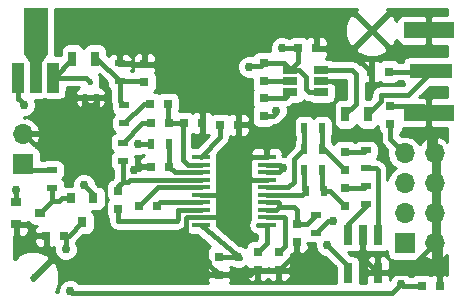
<source format=gbr>
G04 #@! TF.FileFunction,Copper,L1,Top,Signal*
%FSLAX46Y46*%
G04 Gerber Fmt 4.6, Leading zero omitted, Abs format (unit mm)*
G04 Created by KiCad (PCBNEW 4.0.7) date Friday, November 17, 2017 'PMt' 12:47:33 PM*
%MOMM*%
%LPD*%
G01*
G04 APERTURE LIST*
%ADD10C,0.100000*%
%ADD11R,0.500000X0.900000*%
%ADD12R,1.524000X0.380000*%
%ADD13R,0.700000X1.300000*%
%ADD14R,0.750000X0.800000*%
%ADD15R,1.000760X2.501900*%
%ADD16R,1.998980X4.000500*%
%ADD17R,0.400000X0.510000*%
%ADD18R,0.800000X0.750000*%
%ADD19R,0.900000X0.500000*%
%ADD20R,1.220000X0.650000*%
%ADD21R,0.762000X1.651000*%
%ADD22R,1.700000X1.700000*%
%ADD23O,1.700000X1.700000*%
%ADD24R,4.200000X1.350000*%
%ADD25R,3.600000X1.270000*%
%ADD26R,0.800000X0.900000*%
%ADD27R,0.900000X0.800000*%
%ADD28C,0.762000*%
%ADD29C,0.381000*%
%ADD30C,0.254000*%
G04 APERTURE END LIST*
D10*
D11*
X155309000Y-100330000D03*
X153809000Y-100330000D03*
D12*
X145033000Y-101028500D03*
X150623000Y-101028500D03*
X145033000Y-101668500D03*
X150623000Y-101668500D03*
X145033000Y-102308500D03*
X150623000Y-102308500D03*
X145033000Y-102948500D03*
X150623000Y-102948500D03*
X145033000Y-103588500D03*
X150623000Y-103588500D03*
X145033000Y-104228500D03*
X150623000Y-104228500D03*
X145033000Y-104868500D03*
X150623000Y-104868500D03*
X145033000Y-105508500D03*
X150623000Y-105508500D03*
X145033000Y-106148500D03*
X150623000Y-106148500D03*
X145033000Y-106788500D03*
X150623000Y-106788500D03*
D13*
X136078000Y-92710000D03*
X134178000Y-92710000D03*
D14*
X140271500Y-94666500D03*
X140271500Y-93166500D03*
D15*
X129562860Y-94300040D03*
X131064000Y-94300040D03*
X132565140Y-94300040D03*
D16*
X131064000Y-90347800D03*
D10*
G36*
X132064760Y-92322650D02*
X131564380Y-93071950D01*
X130563620Y-93071950D01*
X130063240Y-92322650D01*
X132064760Y-92322650D01*
X132064760Y-92322650D01*
G37*
D17*
X135199500Y-95963500D03*
X136199500Y-95963500D03*
X135699500Y-94663500D03*
D18*
X142367000Y-101854000D03*
X140867000Y-101854000D03*
D14*
X157226000Y-102096000D03*
X157226000Y-100596000D03*
X138049000Y-103898000D03*
X138049000Y-105398000D03*
D18*
X139839000Y-105156000D03*
X141339000Y-105156000D03*
D14*
X157226000Y-105144000D03*
X157226000Y-103644000D03*
X153162000Y-106692000D03*
X153162000Y-108192000D03*
X151638000Y-109105000D03*
X151638000Y-110605000D03*
X146558000Y-109486000D03*
X146558000Y-110986000D03*
X149860000Y-109105000D03*
X149860000Y-110605000D03*
X150368000Y-97524000D03*
X150368000Y-96024000D03*
X150368000Y-94603000D03*
X150368000Y-93103000D03*
D18*
X160960500Y-93789500D03*
X159460500Y-93789500D03*
X153301000Y-91821000D03*
X154801000Y-91821000D03*
X142355000Y-98171000D03*
X140855000Y-98171000D03*
X140728000Y-96520000D03*
X142228000Y-96520000D03*
X148197000Y-98298000D03*
X146697000Y-98298000D03*
X143649000Y-98171000D03*
X145149000Y-98171000D03*
D19*
X138557000Y-96659000D03*
X138557000Y-98159000D03*
D11*
X140867000Y-99949000D03*
X142367000Y-99949000D03*
X153809000Y-98552000D03*
X155309000Y-98552000D03*
X153936000Y-103886000D03*
X155436000Y-103886000D03*
D19*
X154813000Y-105930000D03*
X154813000Y-107430000D03*
X159004000Y-100469000D03*
X159004000Y-101969000D03*
D11*
X155309000Y-102108000D03*
X153809000Y-102108000D03*
D19*
X159004000Y-103517000D03*
X159004000Y-105017000D03*
D13*
X157292000Y-97409000D03*
X159192000Y-97409000D03*
D19*
X138430000Y-99834000D03*
X138430000Y-101334000D03*
D20*
X155234000Y-95565000D03*
X155234000Y-94615000D03*
X155234000Y-93665000D03*
X152614000Y-93665000D03*
X152614000Y-94615000D03*
X152614000Y-95565000D03*
D21*
X160020000Y-110807500D03*
X160020000Y-107632500D03*
X158750000Y-107632500D03*
X157480000Y-110807500D03*
X157480000Y-107632500D03*
D19*
X138176000Y-94603000D03*
X138176000Y-93103000D03*
X132461000Y-103620000D03*
X132461000Y-102120000D03*
D18*
X163778500Y-111950500D03*
X165278500Y-111950500D03*
D14*
X161099500Y-98222500D03*
X161099500Y-96722500D03*
D18*
X133465000Y-107696000D03*
X131965000Y-107696000D03*
D22*
X162306000Y-108331000D03*
D23*
X164846000Y-108331000D03*
X162306000Y-105791000D03*
X164846000Y-105791000D03*
X162306000Y-103251000D03*
X164846000Y-103251000D03*
X162306000Y-100711000D03*
X164846000Y-100711000D03*
D22*
X129984500Y-101600000D03*
D23*
X129984500Y-99060000D03*
D24*
X164338000Y-90282000D03*
X164338000Y-97282000D03*
D25*
X164538000Y-93782000D03*
D26*
X135951000Y-104537000D03*
X134051000Y-104537000D03*
X135001000Y-106537000D03*
D27*
X129429000Y-104841000D03*
X129429000Y-106741000D03*
X131429000Y-105791000D03*
D28*
X136779000Y-97409000D03*
X141732000Y-94996000D03*
X146939000Y-102108000D03*
X139369152Y-102122990D03*
X156850579Y-94885905D03*
X158750000Y-110871000D03*
X156845000Y-92329000D03*
X137033000Y-102108000D03*
X133096000Y-91186000D03*
X155384500Y-111251991D03*
X133858000Y-95631000D03*
X151892000Y-91821000D03*
X149158373Y-93386695D03*
X139700000Y-99949000D03*
X152019000Y-101981000D03*
X156210000Y-106426000D03*
X151380391Y-97099519D03*
X155702000Y-108458000D03*
X148209000Y-109474000D03*
X135128000Y-103378000D03*
X129362717Y-103812653D03*
X130087288Y-96622677D03*
X133604000Y-108839000D03*
X133985000Y-112395000D03*
X161987000Y-111796405D03*
D29*
X139638142Y-101854000D02*
X139369152Y-102122990D01*
X140867000Y-101854000D02*
X139638142Y-101854000D01*
X156579674Y-94615000D02*
X156850579Y-94885905D01*
X155234000Y-94615000D02*
X156579674Y-94615000D01*
X153162000Y-109029491D02*
X155003501Y-110870992D01*
X155003501Y-110870992D02*
X155384500Y-111251991D01*
X153162000Y-108192000D02*
X153162000Y-109029491D01*
X145033000Y-106148500D02*
X143890000Y-106148500D01*
X143890000Y-106148500D02*
X143826499Y-106212001D01*
X143826499Y-106212001D02*
X143826499Y-108012499D01*
X143826499Y-108012499D02*
X145738499Y-109924499D01*
X145738499Y-109924499D02*
X145738499Y-110141499D01*
X145738499Y-110141499D02*
X146558000Y-110961000D01*
X146558000Y-110961000D02*
X146558000Y-110986000D01*
X154801000Y-91821000D02*
X157492000Y-91821000D01*
X157492000Y-91821000D02*
X159460500Y-93789500D01*
X135699500Y-96583500D02*
X135699500Y-98370500D01*
X135699500Y-98370500D02*
X135318500Y-98751500D01*
X135199500Y-95963500D02*
X135199500Y-96401000D01*
X136199500Y-96337500D02*
X136199500Y-95963500D01*
X135953500Y-96583500D02*
X136199500Y-96337500D01*
X135382000Y-96583500D02*
X135699500Y-96583500D01*
X135699500Y-96583500D02*
X135953500Y-96583500D01*
X135199500Y-96401000D02*
X135382000Y-96583500D01*
X132334000Y-99961000D02*
X134109000Y-99961000D01*
X134109000Y-99961000D02*
X135318500Y-98751500D01*
X161099500Y-96722500D02*
X163893500Y-96722500D01*
X163893500Y-96722500D02*
X164397000Y-97226000D01*
X165278500Y-111950500D02*
X165278500Y-108763500D01*
X165278500Y-108763500D02*
X164846000Y-108331000D01*
X132334000Y-99961000D02*
X130885500Y-99961000D01*
X130885500Y-99961000D02*
X129984500Y-99060000D01*
X133858000Y-95631000D02*
X133858000Y-97418000D01*
X133858000Y-97418000D02*
X135191500Y-98751500D01*
X148197000Y-98298000D02*
X148197000Y-98602500D01*
X146558000Y-110986000D02*
X149237000Y-110986000D01*
X149237000Y-110986000D02*
X149479000Y-110744000D01*
X149860000Y-110605000D02*
X151638000Y-110605000D01*
X153162000Y-108192000D02*
X153162000Y-109081000D01*
X153162000Y-109081000D02*
X151638000Y-110605000D01*
X147447000Y-104228500D02*
X147447000Y-106045000D01*
X147343500Y-106148500D02*
X145033000Y-106148500D01*
X147447000Y-106045000D02*
X147343500Y-106148500D01*
X148018500Y-102933500D02*
X148018500Y-103695500D01*
X147485500Y-104228500D02*
X147447000Y-104228500D01*
X147447000Y-104228500D02*
X145033000Y-104228500D01*
X148018500Y-103695500D02*
X147485500Y-104228500D01*
X148018500Y-101028500D02*
X148018500Y-102933500D01*
X148033500Y-102948500D02*
X150623000Y-102948500D01*
X148018500Y-102933500D02*
X148033500Y-102948500D01*
X148018500Y-101028500D02*
X150623000Y-101028500D01*
X160020000Y-110807500D02*
X162369500Y-110807500D01*
X162369500Y-110807500D02*
X164846000Y-108331000D01*
X158750000Y-107632500D02*
X158750000Y-109537500D01*
X158750000Y-109537500D02*
X160020000Y-110807500D01*
X162974136Y-97226000D02*
X164397000Y-97226000D01*
X165100000Y-105791000D02*
X165100000Y-108331000D01*
X165100000Y-103251000D02*
X165100000Y-105791000D01*
X165100000Y-100711000D02*
X165100000Y-103251000D01*
X164397000Y-97226000D02*
X164397000Y-100655000D01*
X164397000Y-100655000D02*
X164270000Y-100782000D01*
X153301000Y-91821000D02*
X151892000Y-91821000D01*
X149102622Y-93386695D02*
X149158373Y-93386695D01*
X149098000Y-93382073D02*
X149102622Y-93386695D01*
X149098000Y-93345000D02*
X149098000Y-93382073D01*
X161099500Y-98234500D02*
X161099500Y-98222500D01*
X161099500Y-98222500D02*
X161099500Y-99504500D01*
X161099500Y-99504500D02*
X162306000Y-100711000D01*
X139700000Y-99949000D02*
X140867000Y-99949000D01*
X149098000Y-93345000D02*
X150126000Y-93345000D01*
X150126000Y-93345000D02*
X150368000Y-93103000D01*
X153301000Y-91821000D02*
X153301000Y-92978000D01*
X153301000Y-92978000D02*
X152614000Y-93665000D01*
X150368000Y-93103000D02*
X152052000Y-93103000D01*
X152052000Y-93103000D02*
X152614000Y-93665000D01*
X150623000Y-102308500D02*
X151691500Y-102308500D01*
X151691500Y-102308500D02*
X152019000Y-101981000D01*
X150623000Y-101668500D02*
X151706500Y-101668500D01*
X151706500Y-101668500D02*
X152019000Y-101981000D01*
X156210000Y-106426000D02*
X155817000Y-106426000D01*
X155817000Y-106426000D02*
X154813000Y-107430000D01*
X152614000Y-93665000D02*
X153355000Y-93665000D01*
X154239000Y-95565000D02*
X155234000Y-95565000D01*
X153924000Y-95250000D02*
X154239000Y-95565000D01*
X153924000Y-94234000D02*
X153924000Y-95250000D01*
X153355000Y-93665000D02*
X153924000Y-94234000D01*
X138176000Y-94603000D02*
X140208000Y-94603000D01*
X140208000Y-94603000D02*
X140271500Y-94666500D01*
X136078000Y-92710000D02*
X136283000Y-92710000D01*
X136283000Y-92710000D02*
X138176000Y-94603000D01*
X138176000Y-94603000D02*
X138176000Y-96278000D01*
X138176000Y-96278000D02*
X138557000Y-96659000D01*
X151380391Y-97267609D02*
X151380391Y-97099519D01*
X151124000Y-97524000D02*
X151380391Y-97267609D01*
X150368000Y-97524000D02*
X151124000Y-97524000D01*
X155702000Y-108458000D02*
X157480000Y-110236000D01*
X157480000Y-110807500D02*
X157480000Y-110236000D01*
X157480000Y-110807500D02*
X157416500Y-110807500D01*
X142367000Y-99949000D02*
X142367000Y-101854000D01*
X145033000Y-102308500D02*
X142821500Y-102308500D01*
X142821500Y-102308500D02*
X142367000Y-101854000D01*
X155309000Y-98552000D02*
X155309000Y-100330000D01*
X155309000Y-100330000D02*
X155460000Y-100330000D01*
X155460000Y-100330000D02*
X157226000Y-102096000D01*
X157226000Y-100596000D02*
X158877000Y-100596000D01*
X158877000Y-100596000D02*
X159004000Y-100469000D01*
X145033000Y-102948500D02*
X139089500Y-102948500D01*
X139089500Y-102948500D02*
X138914000Y-103124000D01*
X138430000Y-103124000D02*
X138914000Y-103124000D01*
X138049000Y-103898000D02*
X138049000Y-103505000D01*
X138049000Y-103505000D02*
X138430000Y-103124000D01*
X138430000Y-101334000D02*
X138430000Y-103124000D01*
X138430000Y-101334000D02*
X138430000Y-101358000D01*
X145033000Y-102953498D02*
X145033000Y-102948500D01*
X138049000Y-105398000D02*
X138049000Y-106426000D01*
X143129000Y-106299000D02*
X143129000Y-105508500D01*
X143002000Y-106426000D02*
X143129000Y-106299000D01*
X138049000Y-106426000D02*
X143002000Y-106426000D01*
X145033000Y-105508500D02*
X143129000Y-105508500D01*
X139839000Y-105156000D02*
X141406500Y-103588500D01*
X145033000Y-103588500D02*
X141406500Y-103588500D01*
X141406500Y-103588500D02*
X141224000Y-103771000D01*
X145033000Y-104868500D02*
X141626500Y-104868500D01*
X141626500Y-104868500D02*
X141224000Y-105271000D01*
X155309000Y-102108000D02*
X155309000Y-103759000D01*
X155309000Y-103759000D02*
X155436000Y-103886000D01*
X155436000Y-103886000D02*
X155968000Y-103886000D01*
X155968000Y-103886000D02*
X157226000Y-105144000D01*
X157226000Y-103644000D02*
X158877000Y-103644000D01*
X158877000Y-103644000D02*
X159004000Y-103517000D01*
X150623000Y-106148500D02*
X152122500Y-106148500D01*
X152146000Y-108597000D02*
X151638000Y-109105000D01*
X152146000Y-106172000D02*
X152146000Y-108597000D01*
X152122500Y-106148500D02*
X152146000Y-106172000D01*
X146558000Y-109486000D02*
X148197000Y-109486000D01*
X148197000Y-109486000D02*
X148209000Y-109474000D01*
X145033000Y-106788500D02*
X148081000Y-109346000D01*
X148081000Y-109346000D02*
X148209000Y-109474000D01*
X148336000Y-109601000D02*
X148209000Y-109474000D01*
X150623000Y-106788500D02*
X150623000Y-108342000D01*
X150623000Y-108342000D02*
X149860000Y-109105000D01*
X150623000Y-106788500D02*
X149890500Y-106788500D01*
X142355000Y-98171000D02*
X143649000Y-98171000D01*
X142228000Y-96520000D02*
X142228000Y-98044000D01*
X142228000Y-98044000D02*
X142355000Y-98171000D01*
X143504000Y-98159000D02*
X143510000Y-98165000D01*
X143510000Y-98165000D02*
X143510000Y-101257602D01*
X143510000Y-101257602D02*
X143920898Y-101668500D01*
X143920898Y-101668500D02*
X144145000Y-101668500D01*
X144145000Y-101668500D02*
X145033000Y-101668500D01*
X140855000Y-98171000D02*
X140093000Y-98171000D01*
X140093000Y-98171000D02*
X138430000Y-99834000D01*
X140728000Y-96520000D02*
X140196000Y-96520000D01*
X140196000Y-96520000D02*
X138557000Y-98159000D01*
X146697000Y-98298000D02*
X146697000Y-99364500D01*
X146697000Y-99364500D02*
X145033000Y-101028500D01*
X132565140Y-94300040D02*
X132587960Y-94300040D01*
X132587960Y-94300040D02*
X134178000Y-92710000D01*
X132565140Y-94300040D02*
X135336040Y-94300040D01*
X135336040Y-94300040D02*
X135699500Y-94663500D01*
X159004000Y-101969000D02*
X159835000Y-101969000D01*
X159835000Y-101969000D02*
X160020000Y-102154000D01*
X160020000Y-102154000D02*
X160020000Y-106426000D01*
X160020000Y-106426000D02*
X160020000Y-107632500D01*
X160135000Y-107517500D02*
X160020000Y-107632500D01*
X159004000Y-105017000D02*
X159004000Y-105156000D01*
X159004000Y-105156000D02*
X157480000Y-106680000D01*
X157480000Y-106680000D02*
X157480000Y-107632500D01*
X131064000Y-94300040D02*
X131064000Y-90347800D01*
X131064000Y-90347800D02*
X131064000Y-92697300D01*
X153162000Y-106692000D02*
X154051000Y-106692000D01*
X154051000Y-106692000D02*
X154813000Y-105930000D01*
X151638000Y-105283000D02*
X152908000Y-105283000D01*
X153162000Y-105537000D02*
X153162000Y-106692000D01*
X152908000Y-105283000D02*
X153162000Y-105537000D01*
X150623000Y-105508500D02*
X151412500Y-105508500D01*
X151604500Y-104868500D02*
X151638000Y-104902000D01*
X151638000Y-104902000D02*
X151638000Y-105283000D01*
X151604500Y-104868500D02*
X150623000Y-104868500D01*
X151412500Y-105508500D02*
X151638000Y-105283000D01*
X150623000Y-103588500D02*
X152443500Y-103588500D01*
X152908000Y-101231000D02*
X153809000Y-100330000D01*
X152908000Y-103124000D02*
X152908000Y-101231000D01*
X152443500Y-103588500D02*
X152908000Y-103124000D01*
X153809000Y-98552000D02*
X153809000Y-100330000D01*
X150623000Y-104228500D02*
X153593500Y-104228500D01*
X153593500Y-104228500D02*
X153936000Y-103886000D01*
X153809000Y-102108000D02*
X153809000Y-103759000D01*
X153809000Y-103759000D02*
X153936000Y-103886000D01*
X155234000Y-93665000D02*
X157863500Y-93665000D01*
X158178500Y-96522500D02*
X157292000Y-97409000D01*
X158178500Y-93980000D02*
X158178500Y-96522500D01*
X157863500Y-93665000D02*
X158178500Y-93980000D01*
X135951000Y-104537000D02*
X135951000Y-104201000D01*
X135951000Y-104201000D02*
X135128000Y-103378000D01*
X129429000Y-103878936D02*
X129362717Y-103812653D01*
X129429000Y-104841000D02*
X129429000Y-103878936D01*
X150368000Y-96024000D02*
X152155000Y-96024000D01*
X152155000Y-96024000D02*
X152614000Y-95565000D01*
X150368000Y-94603000D02*
X152602000Y-94603000D01*
X152602000Y-94603000D02*
X152614000Y-94615000D01*
X160960500Y-93789500D02*
X164533500Y-93789500D01*
X164533500Y-93789500D02*
X164597000Y-93726000D01*
X160274000Y-95758000D02*
X162565000Y-95758000D01*
X162565000Y-95758000D02*
X164597000Y-93726000D01*
X160274000Y-96327000D02*
X159192000Y-97409000D01*
X160274000Y-95758000D02*
X160274000Y-96327000D01*
X163410699Y-93726000D02*
X164597000Y-93726000D01*
X132461000Y-102120000D02*
X130504500Y-102120000D01*
X130504500Y-102120000D02*
X129984500Y-101600000D01*
X129706289Y-96241678D02*
X130087288Y-96622677D01*
X129562860Y-96098249D02*
X129706289Y-96241678D01*
X129562860Y-94300040D02*
X129562860Y-96098249D01*
X130302000Y-101600000D02*
X130556000Y-101600000D01*
X134051000Y-104537000D02*
X133270000Y-104537000D01*
X133270000Y-104537000D02*
X133048000Y-104759000D01*
X133048000Y-104759000D02*
X132461000Y-104759000D01*
X132461000Y-103620000D02*
X132461000Y-104759000D01*
X132461000Y-104759000D02*
X131429000Y-105791000D01*
X163778500Y-111950500D02*
X162141095Y-111950500D01*
X162141095Y-111950500D02*
X161987000Y-111796405D01*
X133604000Y-108839000D02*
X133604000Y-107835000D01*
X133604000Y-107835000D02*
X133465000Y-107696000D01*
X139089555Y-112539555D02*
X134129555Y-112539555D01*
X134129555Y-112539555D02*
X133985000Y-112395000D01*
X139089555Y-112539555D02*
X161243850Y-112539555D01*
X161606001Y-112177404D02*
X161987000Y-111796405D01*
X161243850Y-112539555D02*
X161606001Y-112177404D01*
X133465000Y-107696000D02*
X133842000Y-107696000D01*
X133842000Y-107696000D02*
X135001000Y-106537000D01*
X163715000Y-112014000D02*
X163778500Y-111950500D01*
D30*
G36*
X137078560Y-94672993D02*
X137078560Y-94853000D01*
X137122838Y-95088317D01*
X137261910Y-95304441D01*
X137350500Y-95364972D01*
X137350500Y-96278000D01*
X137413337Y-96593906D01*
X137459560Y-96663083D01*
X137459560Y-96909000D01*
X137503838Y-97144317D01*
X137642910Y-97360441D01*
X137712711Y-97408134D01*
X137655559Y-97444910D01*
X137510569Y-97657110D01*
X137459560Y-97909000D01*
X137459560Y-98409000D01*
X137503838Y-98644317D01*
X137642910Y-98860441D01*
X137803045Y-98969856D01*
X137744683Y-98980838D01*
X137528559Y-99119910D01*
X137383569Y-99332110D01*
X137332560Y-99584000D01*
X137332560Y-100084000D01*
X137376838Y-100319317D01*
X137515910Y-100535441D01*
X137585711Y-100583134D01*
X137528559Y-100619910D01*
X137383569Y-100832110D01*
X137332560Y-101084000D01*
X137332560Y-101584000D01*
X137376838Y-101819317D01*
X137515910Y-102035441D01*
X137604500Y-102095972D01*
X137604500Y-102782066D01*
X137504023Y-102882543D01*
X137438683Y-102894838D01*
X137222559Y-103033910D01*
X137077569Y-103246110D01*
X137026560Y-103498000D01*
X137026560Y-104298000D01*
X137070838Y-104533317D01*
X137144620Y-104647978D01*
X137077569Y-104746110D01*
X137026560Y-104998000D01*
X137026560Y-105798000D01*
X137070838Y-106033317D01*
X137209910Y-106249441D01*
X137223500Y-106258727D01*
X137223500Y-106426000D01*
X137286337Y-106741905D01*
X137465283Y-107009717D01*
X137733095Y-107188663D01*
X138049000Y-107251500D01*
X143002000Y-107251500D01*
X143317906Y-107188663D01*
X143585717Y-107009717D01*
X143623560Y-106971874D01*
X143623560Y-106978500D01*
X143667838Y-107213817D01*
X143806910Y-107429941D01*
X144019110Y-107574931D01*
X144271000Y-107625940D01*
X144746780Y-107625940D01*
X145846001Y-108548269D01*
X145731559Y-108621910D01*
X145586569Y-108834110D01*
X145535560Y-109086000D01*
X145535560Y-109886000D01*
X145579838Y-110121317D01*
X145646329Y-110224646D01*
X145644673Y-110226302D01*
X145548000Y-110459691D01*
X145548000Y-110700250D01*
X145706750Y-110859000D01*
X146431000Y-110859000D01*
X146431000Y-110839000D01*
X146685000Y-110839000D01*
X146685000Y-110859000D01*
X147409250Y-110859000D01*
X147568000Y-110700250D01*
X147568000Y-110459691D01*
X147506617Y-110311500D01*
X147609451Y-110311500D01*
X147632731Y-110334821D01*
X148006018Y-110489824D01*
X148410208Y-110490176D01*
X148783766Y-110335825D01*
X148850000Y-110269707D01*
X148850000Y-110319250D01*
X149008750Y-110478000D01*
X149733000Y-110478000D01*
X149733000Y-110458000D01*
X149987000Y-110458000D01*
X149987000Y-110478000D01*
X150711250Y-110478000D01*
X150749000Y-110440250D01*
X150786750Y-110478000D01*
X151511000Y-110478000D01*
X151511000Y-110458000D01*
X151765000Y-110458000D01*
X151765000Y-110478000D01*
X152489250Y-110478000D01*
X152648000Y-110319250D01*
X152648000Y-110078691D01*
X152551327Y-109845302D01*
X152549957Y-109843932D01*
X152609431Y-109756890D01*
X152660440Y-109505000D01*
X152660440Y-109249993D01*
X152683433Y-109227000D01*
X152876250Y-109227000D01*
X153035000Y-109068250D01*
X153035000Y-108319000D01*
X153015000Y-108319000D01*
X153015000Y-108065000D01*
X153035000Y-108065000D01*
X153035000Y-108045000D01*
X153289000Y-108045000D01*
X153289000Y-108065000D01*
X153309000Y-108065000D01*
X153309000Y-108319000D01*
X153289000Y-108319000D01*
X153289000Y-109068250D01*
X153447750Y-109227000D01*
X153663310Y-109227000D01*
X153896699Y-109130327D01*
X154075327Y-108951698D01*
X154172000Y-108718309D01*
X154172000Y-108477750D01*
X154013252Y-108319002D01*
X154172000Y-108319002D01*
X154172000Y-108288762D01*
X154363000Y-108327440D01*
X154686113Y-108327440D01*
X154685824Y-108659208D01*
X154840175Y-109032766D01*
X155125731Y-109318821D01*
X155499018Y-109473824D01*
X155550435Y-109473869D01*
X156451560Y-110374993D01*
X156451560Y-111633000D01*
X156466812Y-111714055D01*
X147484434Y-111714055D01*
X147568000Y-111512309D01*
X147568000Y-111271750D01*
X147409250Y-111113000D01*
X146685000Y-111113000D01*
X146685000Y-111133000D01*
X146431000Y-111133000D01*
X146431000Y-111113000D01*
X145706750Y-111113000D01*
X145548000Y-111271750D01*
X145548000Y-111512309D01*
X145631566Y-111714055D01*
X134740831Y-111714055D01*
X134561269Y-111534179D01*
X134187982Y-111379176D01*
X133783792Y-111378824D01*
X133410234Y-111533175D01*
X133124179Y-111818731D01*
X132969176Y-112192018D01*
X132968954Y-112447000D01*
X132766407Y-112447000D01*
X133077426Y-111659654D01*
X133064746Y-110890750D01*
X148850000Y-110890750D01*
X148850000Y-111131309D01*
X148946673Y-111364698D01*
X149125301Y-111543327D01*
X149358690Y-111640000D01*
X149574250Y-111640000D01*
X149733000Y-111481250D01*
X149733000Y-110732000D01*
X149987000Y-110732000D01*
X149987000Y-111481250D01*
X150145750Y-111640000D01*
X150361310Y-111640000D01*
X150594699Y-111543327D01*
X150749000Y-111389025D01*
X150903301Y-111543327D01*
X151136690Y-111640000D01*
X151352250Y-111640000D01*
X151511000Y-111481250D01*
X151511000Y-110732000D01*
X151765000Y-110732000D01*
X151765000Y-111481250D01*
X151923750Y-111640000D01*
X152139310Y-111640000D01*
X152372699Y-111543327D01*
X152551327Y-111364698D01*
X152648000Y-111131309D01*
X152648000Y-110890750D01*
X152489250Y-110732000D01*
X151765000Y-110732000D01*
X151511000Y-110732000D01*
X150786750Y-110732000D01*
X150749000Y-110769750D01*
X150711250Y-110732000D01*
X149987000Y-110732000D01*
X149733000Y-110732000D01*
X149008750Y-110732000D01*
X148850000Y-110890750D01*
X133064746Y-110890750D01*
X133062765Y-110770637D01*
X132750760Y-110017390D01*
X132421602Y-109845403D01*
X131015005Y-111252000D01*
X131029148Y-111266143D01*
X130849543Y-111445748D01*
X130835400Y-111431605D01*
X130821258Y-111445748D01*
X130641653Y-111266143D01*
X130655795Y-111252000D01*
X130641653Y-111237858D01*
X130821258Y-111058253D01*
X130835400Y-111072395D01*
X132241997Y-109665798D01*
X132070010Y-109336640D01*
X131243054Y-109009974D01*
X130354037Y-109024635D01*
X129600790Y-109336640D01*
X129428804Y-109665796D01*
X129315618Y-109552610D01*
X129234000Y-109634228D01*
X129234000Y-107981750D01*
X130930000Y-107981750D01*
X130930000Y-108197310D01*
X131026673Y-108430699D01*
X131205302Y-108609327D01*
X131438691Y-108706000D01*
X131679250Y-108706000D01*
X131838000Y-108547250D01*
X131838000Y-107823000D01*
X131088750Y-107823000D01*
X130930000Y-107981750D01*
X129234000Y-107981750D01*
X129234000Y-107685250D01*
X129302000Y-107617250D01*
X129302000Y-106868000D01*
X129556000Y-106868000D01*
X129556000Y-107617250D01*
X129714750Y-107776000D01*
X130005309Y-107776000D01*
X130238698Y-107679327D01*
X130417327Y-107500699D01*
X130514000Y-107267310D01*
X130514000Y-107026750D01*
X130355250Y-106868000D01*
X129556000Y-106868000D01*
X129302000Y-106868000D01*
X129282000Y-106868000D01*
X129282000Y-106614000D01*
X129302000Y-106614000D01*
X129302000Y-106594000D01*
X129556000Y-106594000D01*
X129556000Y-106614000D01*
X130355250Y-106614000D01*
X130441262Y-106527988D01*
X130514910Y-106642441D01*
X130727110Y-106787431D01*
X130979000Y-106838440D01*
X131149535Y-106838440D01*
X131026673Y-106961301D01*
X130930000Y-107194690D01*
X130930000Y-107410250D01*
X131088750Y-107569000D01*
X131838000Y-107569000D01*
X131838000Y-107549000D01*
X132092000Y-107549000D01*
X132092000Y-107569000D01*
X132112000Y-107569000D01*
X132112000Y-107823000D01*
X132092000Y-107823000D01*
X132092000Y-108547250D01*
X132250750Y-108706000D01*
X132491309Y-108706000D01*
X132588150Y-108665887D01*
X132587824Y-109040208D01*
X132742175Y-109413766D01*
X133027731Y-109699821D01*
X133401018Y-109854824D01*
X133805208Y-109855176D01*
X134178766Y-109700825D01*
X134464821Y-109415269D01*
X134619824Y-109041982D01*
X134620176Y-108637792D01*
X134470848Y-108276390D01*
X134481463Y-108223971D01*
X135070993Y-107634440D01*
X135401000Y-107634440D01*
X135636317Y-107590162D01*
X135852441Y-107451090D01*
X135997431Y-107238890D01*
X136048440Y-106987000D01*
X136048440Y-106087000D01*
X136004162Y-105851683D01*
X135865090Y-105635559D01*
X135863452Y-105634440D01*
X136351000Y-105634440D01*
X136586317Y-105590162D01*
X136802441Y-105451090D01*
X136947431Y-105238890D01*
X136998440Y-104987000D01*
X136998440Y-104087000D01*
X136954162Y-103851683D01*
X136815090Y-103635559D01*
X136602890Y-103490569D01*
X136358515Y-103441082D01*
X136144133Y-103226699D01*
X136144176Y-103176792D01*
X135989825Y-102803234D01*
X135704269Y-102517179D01*
X135330982Y-102362176D01*
X134926792Y-102361824D01*
X134553234Y-102516175D01*
X134267179Y-102801731D01*
X134112176Y-103175018D01*
X134111946Y-103439560D01*
X133651000Y-103439560D01*
X133558440Y-103456976D01*
X133558440Y-103370000D01*
X133514162Y-103134683D01*
X133375090Y-102918559D01*
X133305289Y-102870866D01*
X133362441Y-102834090D01*
X133507431Y-102621890D01*
X133558440Y-102370000D01*
X133558440Y-101870000D01*
X133514162Y-101634683D01*
X133375090Y-101418559D01*
X133162890Y-101273569D01*
X132911000Y-101222560D01*
X132011000Y-101222560D01*
X131775683Y-101266838D01*
X131732695Y-101294500D01*
X131481940Y-101294500D01*
X131481940Y-100750000D01*
X131437662Y-100514683D01*
X131298590Y-100298559D01*
X131086390Y-100153569D01*
X130978393Y-100131699D01*
X131256145Y-99826924D01*
X131425976Y-99416890D01*
X131304655Y-99187000D01*
X130111500Y-99187000D01*
X130111500Y-99207000D01*
X129857500Y-99207000D01*
X129857500Y-99187000D01*
X129837500Y-99187000D01*
X129837500Y-98933000D01*
X129857500Y-98933000D01*
X129857500Y-98913000D01*
X130111500Y-98913000D01*
X130111500Y-98933000D01*
X131304655Y-98933000D01*
X131425976Y-98703110D01*
X131256145Y-98293076D01*
X130865858Y-97864817D01*
X130341392Y-97618514D01*
X130111502Y-97739180D01*
X130111502Y-97638699D01*
X130288496Y-97638853D01*
X130662054Y-97484502D01*
X130948109Y-97198946D01*
X131103112Y-96825659D01*
X131103464Y-96421469D01*
X131032305Y-96249250D01*
X134364500Y-96249250D01*
X134364500Y-96344809D01*
X134461173Y-96578198D01*
X134639801Y-96756827D01*
X134873190Y-96853500D01*
X134940750Y-96853500D01*
X135099500Y-96694750D01*
X135099500Y-96090500D01*
X135299500Y-96090500D01*
X135299500Y-96694750D01*
X135458250Y-96853500D01*
X135525810Y-96853500D01*
X135699500Y-96781555D01*
X135873190Y-96853500D01*
X135940750Y-96853500D01*
X136099500Y-96694750D01*
X136099500Y-96090500D01*
X136299500Y-96090500D01*
X136299500Y-96694750D01*
X136458250Y-96853500D01*
X136525810Y-96853500D01*
X136759199Y-96756827D01*
X136937827Y-96578198D01*
X137034500Y-96344809D01*
X137034500Y-96249250D01*
X136875750Y-96090500D01*
X136299500Y-96090500D01*
X136099500Y-96090500D01*
X135299500Y-96090500D01*
X135099500Y-96090500D01*
X134523250Y-96090500D01*
X134364500Y-96249250D01*
X131032305Y-96249250D01*
X131011306Y-96198430D01*
X131564380Y-96198430D01*
X131799697Y-96154152D01*
X131811554Y-96146522D01*
X131812870Y-96147421D01*
X132064760Y-96198430D01*
X133065520Y-96198430D01*
X133300837Y-96154152D01*
X133516961Y-96015080D01*
X133661951Y-95802880D01*
X133712960Y-95550990D01*
X133712960Y-95125540D01*
X134747554Y-95125540D01*
X134639801Y-95170173D01*
X134461173Y-95348802D01*
X134364500Y-95582191D01*
X134364500Y-95677750D01*
X134523250Y-95836500D01*
X135099500Y-95836500D01*
X135099500Y-95816500D01*
X135299500Y-95816500D01*
X135299500Y-95836500D01*
X136099500Y-95836500D01*
X136099500Y-95816500D01*
X136299500Y-95816500D01*
X136299500Y-95836500D01*
X136875750Y-95836500D01*
X137034500Y-95677750D01*
X137034500Y-95582191D01*
X136937827Y-95348802D01*
X136759199Y-95170173D01*
X136525810Y-95073500D01*
X136515552Y-95073500D01*
X136546940Y-94918500D01*
X136546940Y-94408500D01*
X136502662Y-94173183D01*
X136396009Y-94007440D01*
X136413006Y-94007440D01*
X137078560Y-94672993D01*
X137078560Y-94672993D01*
G37*
X137078560Y-94672993D02*
X137078560Y-94853000D01*
X137122838Y-95088317D01*
X137261910Y-95304441D01*
X137350500Y-95364972D01*
X137350500Y-96278000D01*
X137413337Y-96593906D01*
X137459560Y-96663083D01*
X137459560Y-96909000D01*
X137503838Y-97144317D01*
X137642910Y-97360441D01*
X137712711Y-97408134D01*
X137655559Y-97444910D01*
X137510569Y-97657110D01*
X137459560Y-97909000D01*
X137459560Y-98409000D01*
X137503838Y-98644317D01*
X137642910Y-98860441D01*
X137803045Y-98969856D01*
X137744683Y-98980838D01*
X137528559Y-99119910D01*
X137383569Y-99332110D01*
X137332560Y-99584000D01*
X137332560Y-100084000D01*
X137376838Y-100319317D01*
X137515910Y-100535441D01*
X137585711Y-100583134D01*
X137528559Y-100619910D01*
X137383569Y-100832110D01*
X137332560Y-101084000D01*
X137332560Y-101584000D01*
X137376838Y-101819317D01*
X137515910Y-102035441D01*
X137604500Y-102095972D01*
X137604500Y-102782066D01*
X137504023Y-102882543D01*
X137438683Y-102894838D01*
X137222559Y-103033910D01*
X137077569Y-103246110D01*
X137026560Y-103498000D01*
X137026560Y-104298000D01*
X137070838Y-104533317D01*
X137144620Y-104647978D01*
X137077569Y-104746110D01*
X137026560Y-104998000D01*
X137026560Y-105798000D01*
X137070838Y-106033317D01*
X137209910Y-106249441D01*
X137223500Y-106258727D01*
X137223500Y-106426000D01*
X137286337Y-106741905D01*
X137465283Y-107009717D01*
X137733095Y-107188663D01*
X138049000Y-107251500D01*
X143002000Y-107251500D01*
X143317906Y-107188663D01*
X143585717Y-107009717D01*
X143623560Y-106971874D01*
X143623560Y-106978500D01*
X143667838Y-107213817D01*
X143806910Y-107429941D01*
X144019110Y-107574931D01*
X144271000Y-107625940D01*
X144746780Y-107625940D01*
X145846001Y-108548269D01*
X145731559Y-108621910D01*
X145586569Y-108834110D01*
X145535560Y-109086000D01*
X145535560Y-109886000D01*
X145579838Y-110121317D01*
X145646329Y-110224646D01*
X145644673Y-110226302D01*
X145548000Y-110459691D01*
X145548000Y-110700250D01*
X145706750Y-110859000D01*
X146431000Y-110859000D01*
X146431000Y-110839000D01*
X146685000Y-110839000D01*
X146685000Y-110859000D01*
X147409250Y-110859000D01*
X147568000Y-110700250D01*
X147568000Y-110459691D01*
X147506617Y-110311500D01*
X147609451Y-110311500D01*
X147632731Y-110334821D01*
X148006018Y-110489824D01*
X148410208Y-110490176D01*
X148783766Y-110335825D01*
X148850000Y-110269707D01*
X148850000Y-110319250D01*
X149008750Y-110478000D01*
X149733000Y-110478000D01*
X149733000Y-110458000D01*
X149987000Y-110458000D01*
X149987000Y-110478000D01*
X150711250Y-110478000D01*
X150749000Y-110440250D01*
X150786750Y-110478000D01*
X151511000Y-110478000D01*
X151511000Y-110458000D01*
X151765000Y-110458000D01*
X151765000Y-110478000D01*
X152489250Y-110478000D01*
X152648000Y-110319250D01*
X152648000Y-110078691D01*
X152551327Y-109845302D01*
X152549957Y-109843932D01*
X152609431Y-109756890D01*
X152660440Y-109505000D01*
X152660440Y-109249993D01*
X152683433Y-109227000D01*
X152876250Y-109227000D01*
X153035000Y-109068250D01*
X153035000Y-108319000D01*
X153015000Y-108319000D01*
X153015000Y-108065000D01*
X153035000Y-108065000D01*
X153035000Y-108045000D01*
X153289000Y-108045000D01*
X153289000Y-108065000D01*
X153309000Y-108065000D01*
X153309000Y-108319000D01*
X153289000Y-108319000D01*
X153289000Y-109068250D01*
X153447750Y-109227000D01*
X153663310Y-109227000D01*
X153896699Y-109130327D01*
X154075327Y-108951698D01*
X154172000Y-108718309D01*
X154172000Y-108477750D01*
X154013252Y-108319002D01*
X154172000Y-108319002D01*
X154172000Y-108288762D01*
X154363000Y-108327440D01*
X154686113Y-108327440D01*
X154685824Y-108659208D01*
X154840175Y-109032766D01*
X155125731Y-109318821D01*
X155499018Y-109473824D01*
X155550435Y-109473869D01*
X156451560Y-110374993D01*
X156451560Y-111633000D01*
X156466812Y-111714055D01*
X147484434Y-111714055D01*
X147568000Y-111512309D01*
X147568000Y-111271750D01*
X147409250Y-111113000D01*
X146685000Y-111113000D01*
X146685000Y-111133000D01*
X146431000Y-111133000D01*
X146431000Y-111113000D01*
X145706750Y-111113000D01*
X145548000Y-111271750D01*
X145548000Y-111512309D01*
X145631566Y-111714055D01*
X134740831Y-111714055D01*
X134561269Y-111534179D01*
X134187982Y-111379176D01*
X133783792Y-111378824D01*
X133410234Y-111533175D01*
X133124179Y-111818731D01*
X132969176Y-112192018D01*
X132968954Y-112447000D01*
X132766407Y-112447000D01*
X133077426Y-111659654D01*
X133064746Y-110890750D01*
X148850000Y-110890750D01*
X148850000Y-111131309D01*
X148946673Y-111364698D01*
X149125301Y-111543327D01*
X149358690Y-111640000D01*
X149574250Y-111640000D01*
X149733000Y-111481250D01*
X149733000Y-110732000D01*
X149987000Y-110732000D01*
X149987000Y-111481250D01*
X150145750Y-111640000D01*
X150361310Y-111640000D01*
X150594699Y-111543327D01*
X150749000Y-111389025D01*
X150903301Y-111543327D01*
X151136690Y-111640000D01*
X151352250Y-111640000D01*
X151511000Y-111481250D01*
X151511000Y-110732000D01*
X151765000Y-110732000D01*
X151765000Y-111481250D01*
X151923750Y-111640000D01*
X152139310Y-111640000D01*
X152372699Y-111543327D01*
X152551327Y-111364698D01*
X152648000Y-111131309D01*
X152648000Y-110890750D01*
X152489250Y-110732000D01*
X151765000Y-110732000D01*
X151511000Y-110732000D01*
X150786750Y-110732000D01*
X150749000Y-110769750D01*
X150711250Y-110732000D01*
X149987000Y-110732000D01*
X149733000Y-110732000D01*
X149008750Y-110732000D01*
X148850000Y-110890750D01*
X133064746Y-110890750D01*
X133062765Y-110770637D01*
X132750760Y-110017390D01*
X132421602Y-109845403D01*
X131015005Y-111252000D01*
X131029148Y-111266143D01*
X130849543Y-111445748D01*
X130835400Y-111431605D01*
X130821258Y-111445748D01*
X130641653Y-111266143D01*
X130655795Y-111252000D01*
X130641653Y-111237858D01*
X130821258Y-111058253D01*
X130835400Y-111072395D01*
X132241997Y-109665798D01*
X132070010Y-109336640D01*
X131243054Y-109009974D01*
X130354037Y-109024635D01*
X129600790Y-109336640D01*
X129428804Y-109665796D01*
X129315618Y-109552610D01*
X129234000Y-109634228D01*
X129234000Y-107981750D01*
X130930000Y-107981750D01*
X130930000Y-108197310D01*
X131026673Y-108430699D01*
X131205302Y-108609327D01*
X131438691Y-108706000D01*
X131679250Y-108706000D01*
X131838000Y-108547250D01*
X131838000Y-107823000D01*
X131088750Y-107823000D01*
X130930000Y-107981750D01*
X129234000Y-107981750D01*
X129234000Y-107685250D01*
X129302000Y-107617250D01*
X129302000Y-106868000D01*
X129556000Y-106868000D01*
X129556000Y-107617250D01*
X129714750Y-107776000D01*
X130005309Y-107776000D01*
X130238698Y-107679327D01*
X130417327Y-107500699D01*
X130514000Y-107267310D01*
X130514000Y-107026750D01*
X130355250Y-106868000D01*
X129556000Y-106868000D01*
X129302000Y-106868000D01*
X129282000Y-106868000D01*
X129282000Y-106614000D01*
X129302000Y-106614000D01*
X129302000Y-106594000D01*
X129556000Y-106594000D01*
X129556000Y-106614000D01*
X130355250Y-106614000D01*
X130441262Y-106527988D01*
X130514910Y-106642441D01*
X130727110Y-106787431D01*
X130979000Y-106838440D01*
X131149535Y-106838440D01*
X131026673Y-106961301D01*
X130930000Y-107194690D01*
X130930000Y-107410250D01*
X131088750Y-107569000D01*
X131838000Y-107569000D01*
X131838000Y-107549000D01*
X132092000Y-107549000D01*
X132092000Y-107569000D01*
X132112000Y-107569000D01*
X132112000Y-107823000D01*
X132092000Y-107823000D01*
X132092000Y-108547250D01*
X132250750Y-108706000D01*
X132491309Y-108706000D01*
X132588150Y-108665887D01*
X132587824Y-109040208D01*
X132742175Y-109413766D01*
X133027731Y-109699821D01*
X133401018Y-109854824D01*
X133805208Y-109855176D01*
X134178766Y-109700825D01*
X134464821Y-109415269D01*
X134619824Y-109041982D01*
X134620176Y-108637792D01*
X134470848Y-108276390D01*
X134481463Y-108223971D01*
X135070993Y-107634440D01*
X135401000Y-107634440D01*
X135636317Y-107590162D01*
X135852441Y-107451090D01*
X135997431Y-107238890D01*
X136048440Y-106987000D01*
X136048440Y-106087000D01*
X136004162Y-105851683D01*
X135865090Y-105635559D01*
X135863452Y-105634440D01*
X136351000Y-105634440D01*
X136586317Y-105590162D01*
X136802441Y-105451090D01*
X136947431Y-105238890D01*
X136998440Y-104987000D01*
X136998440Y-104087000D01*
X136954162Y-103851683D01*
X136815090Y-103635559D01*
X136602890Y-103490569D01*
X136358515Y-103441082D01*
X136144133Y-103226699D01*
X136144176Y-103176792D01*
X135989825Y-102803234D01*
X135704269Y-102517179D01*
X135330982Y-102362176D01*
X134926792Y-102361824D01*
X134553234Y-102516175D01*
X134267179Y-102801731D01*
X134112176Y-103175018D01*
X134111946Y-103439560D01*
X133651000Y-103439560D01*
X133558440Y-103456976D01*
X133558440Y-103370000D01*
X133514162Y-103134683D01*
X133375090Y-102918559D01*
X133305289Y-102870866D01*
X133362441Y-102834090D01*
X133507431Y-102621890D01*
X133558440Y-102370000D01*
X133558440Y-101870000D01*
X133514162Y-101634683D01*
X133375090Y-101418559D01*
X133162890Y-101273569D01*
X132911000Y-101222560D01*
X132011000Y-101222560D01*
X131775683Y-101266838D01*
X131732695Y-101294500D01*
X131481940Y-101294500D01*
X131481940Y-100750000D01*
X131437662Y-100514683D01*
X131298590Y-100298559D01*
X131086390Y-100153569D01*
X130978393Y-100131699D01*
X131256145Y-99826924D01*
X131425976Y-99416890D01*
X131304655Y-99187000D01*
X130111500Y-99187000D01*
X130111500Y-99207000D01*
X129857500Y-99207000D01*
X129857500Y-99187000D01*
X129837500Y-99187000D01*
X129837500Y-98933000D01*
X129857500Y-98933000D01*
X129857500Y-98913000D01*
X130111500Y-98913000D01*
X130111500Y-98933000D01*
X131304655Y-98933000D01*
X131425976Y-98703110D01*
X131256145Y-98293076D01*
X130865858Y-97864817D01*
X130341392Y-97618514D01*
X130111502Y-97739180D01*
X130111502Y-97638699D01*
X130288496Y-97638853D01*
X130662054Y-97484502D01*
X130948109Y-97198946D01*
X131103112Y-96825659D01*
X131103464Y-96421469D01*
X131032305Y-96249250D01*
X134364500Y-96249250D01*
X134364500Y-96344809D01*
X134461173Y-96578198D01*
X134639801Y-96756827D01*
X134873190Y-96853500D01*
X134940750Y-96853500D01*
X135099500Y-96694750D01*
X135099500Y-96090500D01*
X135299500Y-96090500D01*
X135299500Y-96694750D01*
X135458250Y-96853500D01*
X135525810Y-96853500D01*
X135699500Y-96781555D01*
X135873190Y-96853500D01*
X135940750Y-96853500D01*
X136099500Y-96694750D01*
X136099500Y-96090500D01*
X136299500Y-96090500D01*
X136299500Y-96694750D01*
X136458250Y-96853500D01*
X136525810Y-96853500D01*
X136759199Y-96756827D01*
X136937827Y-96578198D01*
X137034500Y-96344809D01*
X137034500Y-96249250D01*
X136875750Y-96090500D01*
X136299500Y-96090500D01*
X136099500Y-96090500D01*
X135299500Y-96090500D01*
X135099500Y-96090500D01*
X134523250Y-96090500D01*
X134364500Y-96249250D01*
X131032305Y-96249250D01*
X131011306Y-96198430D01*
X131564380Y-96198430D01*
X131799697Y-96154152D01*
X131811554Y-96146522D01*
X131812870Y-96147421D01*
X132064760Y-96198430D01*
X133065520Y-96198430D01*
X133300837Y-96154152D01*
X133516961Y-96015080D01*
X133661951Y-95802880D01*
X133712960Y-95550990D01*
X133712960Y-95125540D01*
X134747554Y-95125540D01*
X134639801Y-95170173D01*
X134461173Y-95348802D01*
X134364500Y-95582191D01*
X134364500Y-95677750D01*
X134523250Y-95836500D01*
X135099500Y-95836500D01*
X135099500Y-95816500D01*
X135299500Y-95816500D01*
X135299500Y-95836500D01*
X136099500Y-95836500D01*
X136099500Y-95816500D01*
X136299500Y-95816500D01*
X136299500Y-95836500D01*
X136875750Y-95836500D01*
X137034500Y-95677750D01*
X137034500Y-95582191D01*
X136937827Y-95348802D01*
X136759199Y-95170173D01*
X136525810Y-95073500D01*
X136515552Y-95073500D01*
X136546940Y-94918500D01*
X136546940Y-94408500D01*
X136502662Y-94173183D01*
X136396009Y-94007440D01*
X136413006Y-94007440D01*
X137078560Y-94672993D01*
G36*
X165914000Y-95972000D02*
X164623750Y-95972000D01*
X164465000Y-96130750D01*
X164465000Y-97155000D01*
X164485000Y-97155000D01*
X164485000Y-97409000D01*
X164465000Y-97409000D01*
X164465000Y-98433250D01*
X164623750Y-98592000D01*
X165914000Y-98592000D01*
X165914000Y-99720618D01*
X165727358Y-99515817D01*
X165202892Y-99269514D01*
X164973000Y-99390181D01*
X164973000Y-100584000D01*
X164993000Y-100584000D01*
X164993000Y-100838000D01*
X164973000Y-100838000D01*
X164973000Y-103124000D01*
X164993000Y-103124000D01*
X164993000Y-103378000D01*
X164973000Y-103378000D01*
X164973000Y-105664000D01*
X164993000Y-105664000D01*
X164993000Y-105918000D01*
X164973000Y-105918000D01*
X164973000Y-108204000D01*
X164993000Y-108204000D01*
X164993000Y-108458000D01*
X164973000Y-108458000D01*
X164973000Y-109651819D01*
X165202892Y-109772486D01*
X165727358Y-109526183D01*
X165914000Y-109321382D01*
X165914000Y-110985728D01*
X165804809Y-110940500D01*
X165564250Y-110940500D01*
X165405500Y-111099250D01*
X165405500Y-111823500D01*
X165425500Y-111823500D01*
X165425500Y-112077500D01*
X165405500Y-112077500D01*
X165405500Y-112097500D01*
X165151500Y-112097500D01*
X165151500Y-112077500D01*
X165131500Y-112077500D01*
X165131500Y-111823500D01*
X165151500Y-111823500D01*
X165151500Y-111099250D01*
X164992750Y-110940500D01*
X164752191Y-110940500D01*
X164518802Y-111037173D01*
X164517432Y-111038543D01*
X164430390Y-110979069D01*
X164178500Y-110928060D01*
X163378500Y-110928060D01*
X163143183Y-110972338D01*
X162927059Y-111111410D01*
X162917773Y-111125000D01*
X162752355Y-111125000D01*
X162563269Y-110935584D01*
X162189982Y-110780581D01*
X161785792Y-110780229D01*
X161412234Y-110934580D01*
X161126179Y-111220136D01*
X161036000Y-111437310D01*
X161036000Y-111093250D01*
X160877250Y-110934500D01*
X160147000Y-110934500D01*
X160147000Y-110954500D01*
X159893000Y-110954500D01*
X159893000Y-110934500D01*
X159162750Y-110934500D01*
X159004000Y-111093250D01*
X159004000Y-111714055D01*
X158492026Y-111714055D01*
X158508440Y-111633000D01*
X158508440Y-109982000D01*
X158484674Y-109855690D01*
X159004000Y-109855690D01*
X159004000Y-110521750D01*
X159162750Y-110680500D01*
X159893000Y-110680500D01*
X159893000Y-109505750D01*
X160147000Y-109505750D01*
X160147000Y-110680500D01*
X160877250Y-110680500D01*
X161036000Y-110521750D01*
X161036000Y-109855690D01*
X160939327Y-109622301D01*
X160760698Y-109443673D01*
X160527309Y-109347000D01*
X160305750Y-109347000D01*
X160147000Y-109505750D01*
X159893000Y-109505750D01*
X159734250Y-109347000D01*
X159512691Y-109347000D01*
X159279302Y-109443673D01*
X159100673Y-109622301D01*
X159004000Y-109855690D01*
X158484674Y-109855690D01*
X158464162Y-109746683D01*
X158325090Y-109530559D01*
X158112890Y-109385569D01*
X157861000Y-109334560D01*
X157745993Y-109334560D01*
X157516873Y-109105440D01*
X157861000Y-109105440D01*
X158096317Y-109061162D01*
X158123539Y-109043645D01*
X158242691Y-109093000D01*
X158464250Y-109093000D01*
X158623000Y-108934250D01*
X158623000Y-107759500D01*
X158603000Y-107759500D01*
X158603000Y-107505500D01*
X158623000Y-107505500D01*
X158623000Y-107485500D01*
X158877000Y-107485500D01*
X158877000Y-107505500D01*
X158897000Y-107505500D01*
X158897000Y-107759500D01*
X158877000Y-107759500D01*
X158877000Y-108934250D01*
X159035750Y-109093000D01*
X159257309Y-109093000D01*
X159373263Y-109044970D01*
X159387110Y-109054431D01*
X159639000Y-109105440D01*
X160401000Y-109105440D01*
X160636317Y-109061162D01*
X160808560Y-108950327D01*
X160808560Y-109181000D01*
X160852838Y-109416317D01*
X160991910Y-109632441D01*
X161204110Y-109777431D01*
X161456000Y-109828440D01*
X163156000Y-109828440D01*
X163391317Y-109784162D01*
X163607441Y-109645090D01*
X163752431Y-109432890D01*
X163775555Y-109318699D01*
X163964642Y-109526183D01*
X164489108Y-109772486D01*
X164719000Y-109651819D01*
X164719000Y-108458000D01*
X164699000Y-108458000D01*
X164699000Y-108204000D01*
X164719000Y-108204000D01*
X164719000Y-105918000D01*
X164699000Y-105918000D01*
X164699000Y-105664000D01*
X164719000Y-105664000D01*
X164719000Y-103378000D01*
X164699000Y-103378000D01*
X164699000Y-103124000D01*
X164719000Y-103124000D01*
X164719000Y-100838000D01*
X164699000Y-100838000D01*
X164699000Y-100584000D01*
X164719000Y-100584000D01*
X164719000Y-99390181D01*
X164489108Y-99269514D01*
X163964642Y-99515817D01*
X163574355Y-99944076D01*
X163574345Y-99944101D01*
X163385147Y-99660946D01*
X162903378Y-99339039D01*
X162335093Y-99226000D01*
X162276907Y-99226000D01*
X162036295Y-99273861D01*
X161925000Y-99162566D01*
X161925000Y-99087196D01*
X161925941Y-99086590D01*
X162070931Y-98874390D01*
X162121940Y-98622500D01*
X162121940Y-98592000D01*
X164052250Y-98592000D01*
X164211000Y-98433250D01*
X164211000Y-97409000D01*
X164191000Y-97409000D01*
X164191000Y-97155000D01*
X164211000Y-97155000D01*
X164211000Y-96130750D01*
X164052250Y-95972000D01*
X163518434Y-95972000D01*
X164425994Y-95064440D01*
X165914000Y-95064440D01*
X165914000Y-95972000D01*
X165914000Y-95972000D01*
G37*
X165914000Y-95972000D02*
X164623750Y-95972000D01*
X164465000Y-96130750D01*
X164465000Y-97155000D01*
X164485000Y-97155000D01*
X164485000Y-97409000D01*
X164465000Y-97409000D01*
X164465000Y-98433250D01*
X164623750Y-98592000D01*
X165914000Y-98592000D01*
X165914000Y-99720618D01*
X165727358Y-99515817D01*
X165202892Y-99269514D01*
X164973000Y-99390181D01*
X164973000Y-100584000D01*
X164993000Y-100584000D01*
X164993000Y-100838000D01*
X164973000Y-100838000D01*
X164973000Y-103124000D01*
X164993000Y-103124000D01*
X164993000Y-103378000D01*
X164973000Y-103378000D01*
X164973000Y-105664000D01*
X164993000Y-105664000D01*
X164993000Y-105918000D01*
X164973000Y-105918000D01*
X164973000Y-108204000D01*
X164993000Y-108204000D01*
X164993000Y-108458000D01*
X164973000Y-108458000D01*
X164973000Y-109651819D01*
X165202892Y-109772486D01*
X165727358Y-109526183D01*
X165914000Y-109321382D01*
X165914000Y-110985728D01*
X165804809Y-110940500D01*
X165564250Y-110940500D01*
X165405500Y-111099250D01*
X165405500Y-111823500D01*
X165425500Y-111823500D01*
X165425500Y-112077500D01*
X165405500Y-112077500D01*
X165405500Y-112097500D01*
X165151500Y-112097500D01*
X165151500Y-112077500D01*
X165131500Y-112077500D01*
X165131500Y-111823500D01*
X165151500Y-111823500D01*
X165151500Y-111099250D01*
X164992750Y-110940500D01*
X164752191Y-110940500D01*
X164518802Y-111037173D01*
X164517432Y-111038543D01*
X164430390Y-110979069D01*
X164178500Y-110928060D01*
X163378500Y-110928060D01*
X163143183Y-110972338D01*
X162927059Y-111111410D01*
X162917773Y-111125000D01*
X162752355Y-111125000D01*
X162563269Y-110935584D01*
X162189982Y-110780581D01*
X161785792Y-110780229D01*
X161412234Y-110934580D01*
X161126179Y-111220136D01*
X161036000Y-111437310D01*
X161036000Y-111093250D01*
X160877250Y-110934500D01*
X160147000Y-110934500D01*
X160147000Y-110954500D01*
X159893000Y-110954500D01*
X159893000Y-110934500D01*
X159162750Y-110934500D01*
X159004000Y-111093250D01*
X159004000Y-111714055D01*
X158492026Y-111714055D01*
X158508440Y-111633000D01*
X158508440Y-109982000D01*
X158484674Y-109855690D01*
X159004000Y-109855690D01*
X159004000Y-110521750D01*
X159162750Y-110680500D01*
X159893000Y-110680500D01*
X159893000Y-109505750D01*
X160147000Y-109505750D01*
X160147000Y-110680500D01*
X160877250Y-110680500D01*
X161036000Y-110521750D01*
X161036000Y-109855690D01*
X160939327Y-109622301D01*
X160760698Y-109443673D01*
X160527309Y-109347000D01*
X160305750Y-109347000D01*
X160147000Y-109505750D01*
X159893000Y-109505750D01*
X159734250Y-109347000D01*
X159512691Y-109347000D01*
X159279302Y-109443673D01*
X159100673Y-109622301D01*
X159004000Y-109855690D01*
X158484674Y-109855690D01*
X158464162Y-109746683D01*
X158325090Y-109530559D01*
X158112890Y-109385569D01*
X157861000Y-109334560D01*
X157745993Y-109334560D01*
X157516873Y-109105440D01*
X157861000Y-109105440D01*
X158096317Y-109061162D01*
X158123539Y-109043645D01*
X158242691Y-109093000D01*
X158464250Y-109093000D01*
X158623000Y-108934250D01*
X158623000Y-107759500D01*
X158603000Y-107759500D01*
X158603000Y-107505500D01*
X158623000Y-107505500D01*
X158623000Y-107485500D01*
X158877000Y-107485500D01*
X158877000Y-107505500D01*
X158897000Y-107505500D01*
X158897000Y-107759500D01*
X158877000Y-107759500D01*
X158877000Y-108934250D01*
X159035750Y-109093000D01*
X159257309Y-109093000D01*
X159373263Y-109044970D01*
X159387110Y-109054431D01*
X159639000Y-109105440D01*
X160401000Y-109105440D01*
X160636317Y-109061162D01*
X160808560Y-108950327D01*
X160808560Y-109181000D01*
X160852838Y-109416317D01*
X160991910Y-109632441D01*
X161204110Y-109777431D01*
X161456000Y-109828440D01*
X163156000Y-109828440D01*
X163391317Y-109784162D01*
X163607441Y-109645090D01*
X163752431Y-109432890D01*
X163775555Y-109318699D01*
X163964642Y-109526183D01*
X164489108Y-109772486D01*
X164719000Y-109651819D01*
X164719000Y-108458000D01*
X164699000Y-108458000D01*
X164699000Y-108204000D01*
X164719000Y-108204000D01*
X164719000Y-105918000D01*
X164699000Y-105918000D01*
X164699000Y-105664000D01*
X164719000Y-105664000D01*
X164719000Y-103378000D01*
X164699000Y-103378000D01*
X164699000Y-103124000D01*
X164719000Y-103124000D01*
X164719000Y-100838000D01*
X164699000Y-100838000D01*
X164699000Y-100584000D01*
X164719000Y-100584000D01*
X164719000Y-99390181D01*
X164489108Y-99269514D01*
X163964642Y-99515817D01*
X163574355Y-99944076D01*
X163574345Y-99944101D01*
X163385147Y-99660946D01*
X162903378Y-99339039D01*
X162335093Y-99226000D01*
X162276907Y-99226000D01*
X162036295Y-99273861D01*
X161925000Y-99162566D01*
X161925000Y-99087196D01*
X161925941Y-99086590D01*
X162070931Y-98874390D01*
X162121940Y-98622500D01*
X162121940Y-98592000D01*
X164052250Y-98592000D01*
X164211000Y-98433250D01*
X164211000Y-97409000D01*
X164191000Y-97409000D01*
X164191000Y-97155000D01*
X164211000Y-97155000D01*
X164211000Y-96130750D01*
X164052250Y-95972000D01*
X163518434Y-95972000D01*
X164425994Y-95064440D01*
X165914000Y-95064440D01*
X165914000Y-95972000D01*
G36*
X158105403Y-88710798D02*
X159512000Y-90117395D01*
X160918597Y-88710798D01*
X160791211Y-88467000D01*
X165914000Y-88467000D01*
X165914000Y-88972000D01*
X164623750Y-88972000D01*
X164465000Y-89130750D01*
X164465000Y-90155000D01*
X164485000Y-90155000D01*
X164485000Y-90409000D01*
X164465000Y-90409000D01*
X164465000Y-91433250D01*
X164623750Y-91592000D01*
X165914000Y-91592000D01*
X165914000Y-92499560D01*
X162738000Y-92499560D01*
X162502683Y-92543838D01*
X162286559Y-92682910D01*
X162141569Y-92895110D01*
X162127618Y-92964000D01*
X161825196Y-92964000D01*
X161824590Y-92963059D01*
X161612390Y-92818069D01*
X161360500Y-92767060D01*
X160560500Y-92767060D01*
X160325183Y-92811338D01*
X160221854Y-92877829D01*
X160220198Y-92876173D01*
X159986809Y-92779500D01*
X159746250Y-92779500D01*
X159587500Y-92938250D01*
X159587500Y-93662500D01*
X159607500Y-93662500D01*
X159607500Y-93916500D01*
X159587500Y-93916500D01*
X159587500Y-94640750D01*
X159746250Y-94799500D01*
X159986809Y-94799500D01*
X160220198Y-94702827D01*
X160221568Y-94701457D01*
X160308610Y-94760931D01*
X160560500Y-94811940D01*
X161360500Y-94811940D01*
X161595817Y-94767662D01*
X161811941Y-94628590D01*
X161821227Y-94615000D01*
X162127816Y-94615000D01*
X162134838Y-94652317D01*
X162273910Y-94868441D01*
X162281761Y-94873805D01*
X162223066Y-94932500D01*
X160274000Y-94932500D01*
X159958095Y-94995337D01*
X159690283Y-95174283D01*
X159511337Y-95442095D01*
X159448500Y-95758000D01*
X159448500Y-95985066D01*
X159322006Y-96111560D01*
X159004000Y-96111560D01*
X159004000Y-94799500D01*
X159174750Y-94799500D01*
X159333500Y-94640750D01*
X159333500Y-93916500D01*
X159313500Y-93916500D01*
X159313500Y-93662500D01*
X159333500Y-93662500D01*
X159333500Y-92938250D01*
X159174750Y-92779500D01*
X158934191Y-92779500D01*
X158700802Y-92876173D01*
X158522173Y-93054801D01*
X158492462Y-93126529D01*
X158447217Y-93081283D01*
X158179406Y-92902337D01*
X157863500Y-92839500D01*
X156236290Y-92839500D01*
X156095890Y-92743569D01*
X155844000Y-92692560D01*
X155602465Y-92692560D01*
X155739327Y-92555699D01*
X155836000Y-92322310D01*
X155836000Y-92106750D01*
X155677250Y-91948000D01*
X154928000Y-91948000D01*
X154928000Y-91968000D01*
X154674000Y-91968000D01*
X154674000Y-91948000D01*
X154654000Y-91948000D01*
X154654000Y-91883202D01*
X158105403Y-91883202D01*
X158277390Y-92212360D01*
X159104346Y-92539026D01*
X159993363Y-92524365D01*
X160746610Y-92212360D01*
X160918597Y-91883202D01*
X159512000Y-90476605D01*
X158105403Y-91883202D01*
X154654000Y-91883202D01*
X154654000Y-91694000D01*
X154674000Y-91694000D01*
X154674000Y-90969750D01*
X154928000Y-90969750D01*
X154928000Y-91694000D01*
X155677250Y-91694000D01*
X155836000Y-91535250D01*
X155836000Y-91319690D01*
X155739327Y-91086301D01*
X155560698Y-90907673D01*
X155327309Y-90811000D01*
X155086750Y-90811000D01*
X154928000Y-90969750D01*
X154674000Y-90969750D01*
X154515250Y-90811000D01*
X154274691Y-90811000D01*
X154041302Y-90907673D01*
X154039932Y-90909043D01*
X153952890Y-90849569D01*
X153701000Y-90798560D01*
X152901000Y-90798560D01*
X152665683Y-90842838D01*
X152474160Y-90966080D01*
X152468269Y-90960179D01*
X152094982Y-90805176D01*
X151690792Y-90804824D01*
X151317234Y-90959175D01*
X151031179Y-91244731D01*
X150876176Y-91618018D01*
X150875824Y-92022208D01*
X150902992Y-92087959D01*
X150743000Y-92055560D01*
X149993000Y-92055560D01*
X149757683Y-92099838D01*
X149541559Y-92238910D01*
X149431494Y-92399995D01*
X149361355Y-92370871D01*
X148957165Y-92370519D01*
X148583607Y-92524870D01*
X148297552Y-92810426D01*
X148142549Y-93183713D01*
X148142197Y-93587903D01*
X148296548Y-93961461D01*
X148582104Y-94247516D01*
X148955391Y-94402519D01*
X149345560Y-94402859D01*
X149345560Y-95003000D01*
X149389838Y-95238317D01*
X149437440Y-95312293D01*
X149396569Y-95372110D01*
X149345560Y-95624000D01*
X149345560Y-96424000D01*
X149389838Y-96659317D01*
X149463620Y-96773978D01*
X149396569Y-96872110D01*
X149345560Y-97124000D01*
X149345560Y-97924000D01*
X149389838Y-98159317D01*
X149528910Y-98375441D01*
X149741110Y-98520431D01*
X149993000Y-98571440D01*
X150743000Y-98571440D01*
X150978317Y-98527162D01*
X151194441Y-98388090D01*
X151236035Y-98327215D01*
X151439906Y-98286663D01*
X151707717Y-98107717D01*
X151782925Y-98032509D01*
X151955157Y-97961344D01*
X152241212Y-97675788D01*
X152396215Y-97302501D01*
X152396567Y-96898311D01*
X152359584Y-96808806D01*
X152470906Y-96786663D01*
X152738717Y-96607717D01*
X152808994Y-96537440D01*
X153224000Y-96537440D01*
X153459317Y-96493162D01*
X153675441Y-96354090D01*
X153765464Y-96222337D01*
X153815824Y-96255987D01*
X153923094Y-96327663D01*
X154228717Y-96388455D01*
X154372110Y-96486431D01*
X154624000Y-96537440D01*
X155844000Y-96537440D01*
X156079317Y-96493162D01*
X156295441Y-96354090D01*
X156440431Y-96141890D01*
X156491440Y-95890000D01*
X156491440Y-95240000D01*
X156465081Y-95099914D01*
X156479000Y-95066310D01*
X156479000Y-94900750D01*
X156320250Y-94742000D01*
X156239949Y-94742000D01*
X156095890Y-94643569D01*
X155958880Y-94615824D01*
X156079317Y-94593162D01*
X156238858Y-94490500D01*
X157353000Y-94490500D01*
X157353000Y-96111560D01*
X156942000Y-96111560D01*
X156706683Y-96155838D01*
X156490559Y-96294910D01*
X156345569Y-96507110D01*
X156294560Y-96759000D01*
X156294560Y-98059000D01*
X156338838Y-98294317D01*
X156477910Y-98510441D01*
X156690110Y-98655431D01*
X156942000Y-98706440D01*
X157642000Y-98706440D01*
X157877317Y-98662162D01*
X158093441Y-98523090D01*
X158238431Y-98310890D01*
X158241081Y-98297803D01*
X158377910Y-98510441D01*
X158590110Y-98655431D01*
X158842000Y-98706440D01*
X159542000Y-98706440D01*
X159777317Y-98662162D01*
X159993441Y-98523090D01*
X160077060Y-98400709D01*
X160077060Y-98622500D01*
X160121338Y-98857817D01*
X160260410Y-99073941D01*
X160274000Y-99083227D01*
X160274000Y-99504500D01*
X160336837Y-99820406D01*
X160515783Y-100088217D01*
X160849422Y-100421855D01*
X160791907Y-100711000D01*
X160904946Y-101279285D01*
X161226853Y-101761054D01*
X161556026Y-101981000D01*
X161226853Y-102200946D01*
X160904946Y-102682715D01*
X160845500Y-102981570D01*
X160845500Y-102154005D01*
X160845501Y-102154000D01*
X160782663Y-101838095D01*
X160731186Y-101761054D01*
X160603717Y-101570283D01*
X160603714Y-101570281D01*
X160418717Y-101385283D01*
X160150906Y-101206337D01*
X159920827Y-101160572D01*
X160050431Y-100970890D01*
X160101440Y-100719000D01*
X160101440Y-100219000D01*
X160057162Y-99983683D01*
X159918090Y-99767559D01*
X159705890Y-99622569D01*
X159454000Y-99571560D01*
X158554000Y-99571560D01*
X158318683Y-99615838D01*
X158102559Y-99754910D01*
X158091907Y-99770500D01*
X158081783Y-99770500D01*
X158065090Y-99744559D01*
X157852890Y-99599569D01*
X157601000Y-99548560D01*
X156851000Y-99548560D01*
X156615683Y-99592838D01*
X156399559Y-99731910D01*
X156254569Y-99944110D01*
X156252376Y-99954942D01*
X156206440Y-99909006D01*
X156206440Y-99880000D01*
X156162162Y-99644683D01*
X156134500Y-99601695D01*
X156134500Y-99284524D01*
X156155431Y-99253890D01*
X156206440Y-99002000D01*
X156206440Y-98102000D01*
X156162162Y-97866683D01*
X156023090Y-97650559D01*
X155810890Y-97505569D01*
X155559000Y-97454560D01*
X155059000Y-97454560D01*
X154823683Y-97498838D01*
X154607559Y-97637910D01*
X154559866Y-97707711D01*
X154523090Y-97650559D01*
X154310890Y-97505569D01*
X154059000Y-97454560D01*
X153559000Y-97454560D01*
X153323683Y-97498838D01*
X153107559Y-97637910D01*
X152962569Y-97850110D01*
X152911560Y-98102000D01*
X152911560Y-99002000D01*
X152955838Y-99237317D01*
X152983500Y-99280305D01*
X152983500Y-99597476D01*
X152962569Y-99628110D01*
X152911560Y-99880000D01*
X152911560Y-100060007D01*
X152324283Y-100647283D01*
X152145337Y-100915094D01*
X152135390Y-100965101D01*
X152111068Y-100965079D01*
X152022406Y-100905837D01*
X152020000Y-100905358D01*
X152020000Y-100901498D01*
X152000592Y-100901498D01*
X151911061Y-100883689D01*
X152020000Y-100774750D01*
X152020000Y-100712190D01*
X151923327Y-100478801D01*
X151744698Y-100300173D01*
X151511309Y-100203500D01*
X150908750Y-100203500D01*
X150750000Y-100362250D01*
X150750000Y-100831060D01*
X150496000Y-100831060D01*
X150496000Y-100362250D01*
X150337250Y-100203500D01*
X149734691Y-100203500D01*
X149501302Y-100300173D01*
X149322673Y-100478801D01*
X149226000Y-100712190D01*
X149226000Y-100774750D01*
X149384750Y-100933500D01*
X149535297Y-100933500D01*
X149409559Y-101014410D01*
X149264569Y-101226610D01*
X149260234Y-101248016D01*
X149226000Y-101282250D01*
X149226000Y-101344810D01*
X149235828Y-101368537D01*
X149213560Y-101478500D01*
X149213560Y-101858500D01*
X149238919Y-101993272D01*
X149213560Y-102118500D01*
X149213560Y-102498500D01*
X149234744Y-102611081D01*
X149226000Y-102632190D01*
X149226000Y-102694750D01*
X149256163Y-102724913D01*
X149257838Y-102733817D01*
X149396910Y-102949941D01*
X149398299Y-102950890D01*
X149264569Y-103146610D01*
X149260234Y-103168016D01*
X149226000Y-103202250D01*
X149226000Y-103264810D01*
X149235828Y-103288537D01*
X149213560Y-103398500D01*
X149213560Y-103778500D01*
X149238919Y-103913272D01*
X149213560Y-104038500D01*
X149213560Y-104418500D01*
X149238919Y-104553272D01*
X149213560Y-104678500D01*
X149213560Y-105058500D01*
X149238919Y-105193272D01*
X149213560Y-105318500D01*
X149213560Y-105698500D01*
X149238919Y-105833272D01*
X149213560Y-105958500D01*
X149213560Y-106338500D01*
X149214412Y-106343027D01*
X149127837Y-106472595D01*
X149065000Y-106788500D01*
X149127837Y-107104405D01*
X149306783Y-107372217D01*
X149562343Y-107542976D01*
X149609110Y-107574931D01*
X149797500Y-107613081D01*
X149797500Y-108000066D01*
X149740006Y-108057560D01*
X149485000Y-108057560D01*
X149249683Y-108101838D01*
X149033559Y-108240910D01*
X148888569Y-108453110D01*
X148844200Y-108672213D01*
X148785269Y-108613179D01*
X148411982Y-108458176D01*
X148307064Y-108458085D01*
X146442440Y-106893525D01*
X146442440Y-106598500D01*
X146421256Y-106485919D01*
X146430000Y-106464810D01*
X146430000Y-106402250D01*
X146399837Y-106372087D01*
X146398162Y-106363183D01*
X146259090Y-106147059D01*
X146257701Y-106146110D01*
X146391431Y-105950390D01*
X146395766Y-105928984D01*
X146430000Y-105894750D01*
X146430000Y-105832190D01*
X146420172Y-105808463D01*
X146442440Y-105698500D01*
X146442440Y-105318500D01*
X146417081Y-105183728D01*
X146442440Y-105058500D01*
X146442440Y-104678500D01*
X146421256Y-104565919D01*
X146430000Y-104544810D01*
X146430000Y-104482250D01*
X146399837Y-104452087D01*
X146398162Y-104443183D01*
X146259090Y-104227059D01*
X146257701Y-104226110D01*
X146391431Y-104030390D01*
X146395766Y-104008984D01*
X146430000Y-103974750D01*
X146430000Y-103912190D01*
X146420172Y-103888463D01*
X146442440Y-103778500D01*
X146442440Y-103398500D01*
X146417081Y-103263728D01*
X146442440Y-103138500D01*
X146442440Y-102758500D01*
X146417081Y-102623728D01*
X146442440Y-102498500D01*
X146442440Y-102118500D01*
X146417081Y-101983728D01*
X146442440Y-101858500D01*
X146442440Y-101478500D01*
X146417081Y-101343728D01*
X146442440Y-101218500D01*
X146442440Y-100838500D01*
X146434204Y-100794730D01*
X147280714Y-99948219D01*
X147280717Y-99948217D01*
X147459663Y-99680405D01*
X147522500Y-99364500D01*
X147522500Y-99246617D01*
X147670691Y-99308000D01*
X147911250Y-99308000D01*
X148070000Y-99149250D01*
X148070000Y-98425000D01*
X148324000Y-98425000D01*
X148324000Y-99149250D01*
X148482750Y-99308000D01*
X148723309Y-99308000D01*
X148956698Y-99211327D01*
X149135327Y-99032699D01*
X149232000Y-98799310D01*
X149232000Y-98583750D01*
X149073250Y-98425000D01*
X148324000Y-98425000D01*
X148070000Y-98425000D01*
X148050000Y-98425000D01*
X148050000Y-98171000D01*
X148070000Y-98171000D01*
X148070000Y-97446750D01*
X148324000Y-97446750D01*
X148324000Y-98171000D01*
X149073250Y-98171000D01*
X149232000Y-98012250D01*
X149232000Y-97796690D01*
X149135327Y-97563301D01*
X148956698Y-97384673D01*
X148723309Y-97288000D01*
X148482750Y-97288000D01*
X148324000Y-97446750D01*
X148070000Y-97446750D01*
X147911250Y-97288000D01*
X147670691Y-97288000D01*
X147437302Y-97384673D01*
X147435932Y-97386043D01*
X147348890Y-97326569D01*
X147097000Y-97275560D01*
X146297000Y-97275560D01*
X146061683Y-97319838D01*
X146006423Y-97355397D01*
X145908698Y-97257673D01*
X145675309Y-97161000D01*
X145434750Y-97161000D01*
X145276000Y-97319750D01*
X145276000Y-98044000D01*
X145296000Y-98044000D01*
X145296000Y-98298000D01*
X145276000Y-98298000D01*
X145276000Y-99022250D01*
X145434750Y-99181000D01*
X145675309Y-99181000D01*
X145739766Y-99154301D01*
X144703006Y-100191060D01*
X144335500Y-100191060D01*
X144335500Y-99116227D01*
X144387646Y-99082671D01*
X144389302Y-99084327D01*
X144622691Y-99181000D01*
X144863250Y-99181000D01*
X145022000Y-99022250D01*
X145022000Y-98298000D01*
X145002000Y-98298000D01*
X145002000Y-98044000D01*
X145022000Y-98044000D01*
X145022000Y-97319750D01*
X144863250Y-97161000D01*
X144622691Y-97161000D01*
X144389302Y-97257673D01*
X144387932Y-97259043D01*
X144300890Y-97199569D01*
X144049000Y-97148560D01*
X143249000Y-97148560D01*
X143219497Y-97154111D01*
X143224431Y-97146890D01*
X143275440Y-96895000D01*
X143275440Y-96145000D01*
X143231162Y-95909683D01*
X143092090Y-95693559D01*
X142879890Y-95548569D01*
X142628000Y-95497560D01*
X141828000Y-95497560D01*
X141592683Y-95541838D01*
X141478022Y-95615620D01*
X141379890Y-95548569D01*
X141128000Y-95497560D01*
X141120509Y-95497560D01*
X141242931Y-95318390D01*
X141293940Y-95066500D01*
X141293940Y-94266500D01*
X141249662Y-94031183D01*
X141183171Y-93927854D01*
X141184827Y-93926198D01*
X141281500Y-93692809D01*
X141281500Y-93452250D01*
X141122750Y-93293500D01*
X140398500Y-93293500D01*
X140398500Y-93313500D01*
X140144500Y-93313500D01*
X140144500Y-93293500D01*
X139420250Y-93293500D01*
X139261500Y-93452250D01*
X139261500Y-93692809D01*
X139296580Y-93777500D01*
X139099525Y-93777500D01*
X139164327Y-93712698D01*
X139261000Y-93479309D01*
X139261000Y-93386750D01*
X139102250Y-93228000D01*
X138303000Y-93228000D01*
X138303000Y-93250000D01*
X138049000Y-93250000D01*
X138049000Y-93228000D01*
X138029000Y-93228000D01*
X138029000Y-92978000D01*
X138049000Y-92978000D01*
X138049000Y-92376750D01*
X138303000Y-92376750D01*
X138303000Y-92978000D01*
X139102250Y-92978000D01*
X139261000Y-92819250D01*
X139261000Y-92726691D01*
X139225171Y-92640191D01*
X139261500Y-92640191D01*
X139261500Y-92880750D01*
X139420250Y-93039500D01*
X140144500Y-93039500D01*
X140144500Y-92290250D01*
X140398500Y-92290250D01*
X140398500Y-93039500D01*
X141122750Y-93039500D01*
X141281500Y-92880750D01*
X141281500Y-92640191D01*
X141184827Y-92406802D01*
X141006199Y-92228173D01*
X140772810Y-92131500D01*
X140557250Y-92131500D01*
X140398500Y-92290250D01*
X140144500Y-92290250D01*
X139985750Y-92131500D01*
X139770190Y-92131500D01*
X139536801Y-92228173D01*
X139358173Y-92406802D01*
X139261500Y-92640191D01*
X139225171Y-92640191D01*
X139164327Y-92493302D01*
X138985699Y-92314673D01*
X138752310Y-92218000D01*
X138461750Y-92218000D01*
X138303000Y-92376750D01*
X138049000Y-92376750D01*
X137890250Y-92218000D01*
X137599690Y-92218000D01*
X137366301Y-92314673D01*
X137210704Y-92470271D01*
X137075440Y-92335006D01*
X137075440Y-92060000D01*
X137031162Y-91824683D01*
X136892090Y-91608559D01*
X136679890Y-91463569D01*
X136428000Y-91412560D01*
X135728000Y-91412560D01*
X135492683Y-91456838D01*
X135276559Y-91595910D01*
X135131569Y-91808110D01*
X135128919Y-91821197D01*
X134992090Y-91608559D01*
X134779890Y-91463569D01*
X134528000Y-91412560D01*
X133828000Y-91412560D01*
X133592683Y-91456838D01*
X133376559Y-91595910D01*
X133231569Y-91808110D01*
X133180560Y-92060000D01*
X133180560Y-92424946D01*
X133065520Y-92401650D01*
X132700076Y-92401650D01*
X132710930Y-92348050D01*
X132710930Y-92343750D01*
X132711953Y-92340537D01*
X132710930Y-92334654D01*
X132710930Y-89889346D01*
X157269974Y-89889346D01*
X157284635Y-90778363D01*
X157596640Y-91531610D01*
X157925798Y-91703597D01*
X159332395Y-90297000D01*
X159691605Y-90297000D01*
X161098202Y-91703597D01*
X161427360Y-91531610D01*
X161603742Y-91085099D01*
X161699673Y-91316698D01*
X161878301Y-91495327D01*
X162111690Y-91592000D01*
X164052250Y-91592000D01*
X164211000Y-91433250D01*
X164211000Y-90409000D01*
X164191000Y-90409000D01*
X164191000Y-90155000D01*
X164211000Y-90155000D01*
X164211000Y-89130750D01*
X164052250Y-88972000D01*
X162111690Y-88972000D01*
X161878301Y-89068673D01*
X161699673Y-89247302D01*
X161603000Y-89480691D01*
X161603000Y-89486423D01*
X161427360Y-89062390D01*
X161098202Y-88890403D01*
X159691605Y-90297000D01*
X159332395Y-90297000D01*
X157925798Y-88890403D01*
X157596640Y-89062390D01*
X157269974Y-89889346D01*
X132710930Y-89889346D01*
X132710930Y-88467000D01*
X158232789Y-88467000D01*
X158105403Y-88710798D01*
X158105403Y-88710798D01*
G37*
X158105403Y-88710798D02*
X159512000Y-90117395D01*
X160918597Y-88710798D01*
X160791211Y-88467000D01*
X165914000Y-88467000D01*
X165914000Y-88972000D01*
X164623750Y-88972000D01*
X164465000Y-89130750D01*
X164465000Y-90155000D01*
X164485000Y-90155000D01*
X164485000Y-90409000D01*
X164465000Y-90409000D01*
X164465000Y-91433250D01*
X164623750Y-91592000D01*
X165914000Y-91592000D01*
X165914000Y-92499560D01*
X162738000Y-92499560D01*
X162502683Y-92543838D01*
X162286559Y-92682910D01*
X162141569Y-92895110D01*
X162127618Y-92964000D01*
X161825196Y-92964000D01*
X161824590Y-92963059D01*
X161612390Y-92818069D01*
X161360500Y-92767060D01*
X160560500Y-92767060D01*
X160325183Y-92811338D01*
X160221854Y-92877829D01*
X160220198Y-92876173D01*
X159986809Y-92779500D01*
X159746250Y-92779500D01*
X159587500Y-92938250D01*
X159587500Y-93662500D01*
X159607500Y-93662500D01*
X159607500Y-93916500D01*
X159587500Y-93916500D01*
X159587500Y-94640750D01*
X159746250Y-94799500D01*
X159986809Y-94799500D01*
X160220198Y-94702827D01*
X160221568Y-94701457D01*
X160308610Y-94760931D01*
X160560500Y-94811940D01*
X161360500Y-94811940D01*
X161595817Y-94767662D01*
X161811941Y-94628590D01*
X161821227Y-94615000D01*
X162127816Y-94615000D01*
X162134838Y-94652317D01*
X162273910Y-94868441D01*
X162281761Y-94873805D01*
X162223066Y-94932500D01*
X160274000Y-94932500D01*
X159958095Y-94995337D01*
X159690283Y-95174283D01*
X159511337Y-95442095D01*
X159448500Y-95758000D01*
X159448500Y-95985066D01*
X159322006Y-96111560D01*
X159004000Y-96111560D01*
X159004000Y-94799500D01*
X159174750Y-94799500D01*
X159333500Y-94640750D01*
X159333500Y-93916500D01*
X159313500Y-93916500D01*
X159313500Y-93662500D01*
X159333500Y-93662500D01*
X159333500Y-92938250D01*
X159174750Y-92779500D01*
X158934191Y-92779500D01*
X158700802Y-92876173D01*
X158522173Y-93054801D01*
X158492462Y-93126529D01*
X158447217Y-93081283D01*
X158179406Y-92902337D01*
X157863500Y-92839500D01*
X156236290Y-92839500D01*
X156095890Y-92743569D01*
X155844000Y-92692560D01*
X155602465Y-92692560D01*
X155739327Y-92555699D01*
X155836000Y-92322310D01*
X155836000Y-92106750D01*
X155677250Y-91948000D01*
X154928000Y-91948000D01*
X154928000Y-91968000D01*
X154674000Y-91968000D01*
X154674000Y-91948000D01*
X154654000Y-91948000D01*
X154654000Y-91883202D01*
X158105403Y-91883202D01*
X158277390Y-92212360D01*
X159104346Y-92539026D01*
X159993363Y-92524365D01*
X160746610Y-92212360D01*
X160918597Y-91883202D01*
X159512000Y-90476605D01*
X158105403Y-91883202D01*
X154654000Y-91883202D01*
X154654000Y-91694000D01*
X154674000Y-91694000D01*
X154674000Y-90969750D01*
X154928000Y-90969750D01*
X154928000Y-91694000D01*
X155677250Y-91694000D01*
X155836000Y-91535250D01*
X155836000Y-91319690D01*
X155739327Y-91086301D01*
X155560698Y-90907673D01*
X155327309Y-90811000D01*
X155086750Y-90811000D01*
X154928000Y-90969750D01*
X154674000Y-90969750D01*
X154515250Y-90811000D01*
X154274691Y-90811000D01*
X154041302Y-90907673D01*
X154039932Y-90909043D01*
X153952890Y-90849569D01*
X153701000Y-90798560D01*
X152901000Y-90798560D01*
X152665683Y-90842838D01*
X152474160Y-90966080D01*
X152468269Y-90960179D01*
X152094982Y-90805176D01*
X151690792Y-90804824D01*
X151317234Y-90959175D01*
X151031179Y-91244731D01*
X150876176Y-91618018D01*
X150875824Y-92022208D01*
X150902992Y-92087959D01*
X150743000Y-92055560D01*
X149993000Y-92055560D01*
X149757683Y-92099838D01*
X149541559Y-92238910D01*
X149431494Y-92399995D01*
X149361355Y-92370871D01*
X148957165Y-92370519D01*
X148583607Y-92524870D01*
X148297552Y-92810426D01*
X148142549Y-93183713D01*
X148142197Y-93587903D01*
X148296548Y-93961461D01*
X148582104Y-94247516D01*
X148955391Y-94402519D01*
X149345560Y-94402859D01*
X149345560Y-95003000D01*
X149389838Y-95238317D01*
X149437440Y-95312293D01*
X149396569Y-95372110D01*
X149345560Y-95624000D01*
X149345560Y-96424000D01*
X149389838Y-96659317D01*
X149463620Y-96773978D01*
X149396569Y-96872110D01*
X149345560Y-97124000D01*
X149345560Y-97924000D01*
X149389838Y-98159317D01*
X149528910Y-98375441D01*
X149741110Y-98520431D01*
X149993000Y-98571440D01*
X150743000Y-98571440D01*
X150978317Y-98527162D01*
X151194441Y-98388090D01*
X151236035Y-98327215D01*
X151439906Y-98286663D01*
X151707717Y-98107717D01*
X151782925Y-98032509D01*
X151955157Y-97961344D01*
X152241212Y-97675788D01*
X152396215Y-97302501D01*
X152396567Y-96898311D01*
X152359584Y-96808806D01*
X152470906Y-96786663D01*
X152738717Y-96607717D01*
X152808994Y-96537440D01*
X153224000Y-96537440D01*
X153459317Y-96493162D01*
X153675441Y-96354090D01*
X153765464Y-96222337D01*
X153815824Y-96255987D01*
X153923094Y-96327663D01*
X154228717Y-96388455D01*
X154372110Y-96486431D01*
X154624000Y-96537440D01*
X155844000Y-96537440D01*
X156079317Y-96493162D01*
X156295441Y-96354090D01*
X156440431Y-96141890D01*
X156491440Y-95890000D01*
X156491440Y-95240000D01*
X156465081Y-95099914D01*
X156479000Y-95066310D01*
X156479000Y-94900750D01*
X156320250Y-94742000D01*
X156239949Y-94742000D01*
X156095890Y-94643569D01*
X155958880Y-94615824D01*
X156079317Y-94593162D01*
X156238858Y-94490500D01*
X157353000Y-94490500D01*
X157353000Y-96111560D01*
X156942000Y-96111560D01*
X156706683Y-96155838D01*
X156490559Y-96294910D01*
X156345569Y-96507110D01*
X156294560Y-96759000D01*
X156294560Y-98059000D01*
X156338838Y-98294317D01*
X156477910Y-98510441D01*
X156690110Y-98655431D01*
X156942000Y-98706440D01*
X157642000Y-98706440D01*
X157877317Y-98662162D01*
X158093441Y-98523090D01*
X158238431Y-98310890D01*
X158241081Y-98297803D01*
X158377910Y-98510441D01*
X158590110Y-98655431D01*
X158842000Y-98706440D01*
X159542000Y-98706440D01*
X159777317Y-98662162D01*
X159993441Y-98523090D01*
X160077060Y-98400709D01*
X160077060Y-98622500D01*
X160121338Y-98857817D01*
X160260410Y-99073941D01*
X160274000Y-99083227D01*
X160274000Y-99504500D01*
X160336837Y-99820406D01*
X160515783Y-100088217D01*
X160849422Y-100421855D01*
X160791907Y-100711000D01*
X160904946Y-101279285D01*
X161226853Y-101761054D01*
X161556026Y-101981000D01*
X161226853Y-102200946D01*
X160904946Y-102682715D01*
X160845500Y-102981570D01*
X160845500Y-102154005D01*
X160845501Y-102154000D01*
X160782663Y-101838095D01*
X160731186Y-101761054D01*
X160603717Y-101570283D01*
X160603714Y-101570281D01*
X160418717Y-101385283D01*
X160150906Y-101206337D01*
X159920827Y-101160572D01*
X160050431Y-100970890D01*
X160101440Y-100719000D01*
X160101440Y-100219000D01*
X160057162Y-99983683D01*
X159918090Y-99767559D01*
X159705890Y-99622569D01*
X159454000Y-99571560D01*
X158554000Y-99571560D01*
X158318683Y-99615838D01*
X158102559Y-99754910D01*
X158091907Y-99770500D01*
X158081783Y-99770500D01*
X158065090Y-99744559D01*
X157852890Y-99599569D01*
X157601000Y-99548560D01*
X156851000Y-99548560D01*
X156615683Y-99592838D01*
X156399559Y-99731910D01*
X156254569Y-99944110D01*
X156252376Y-99954942D01*
X156206440Y-99909006D01*
X156206440Y-99880000D01*
X156162162Y-99644683D01*
X156134500Y-99601695D01*
X156134500Y-99284524D01*
X156155431Y-99253890D01*
X156206440Y-99002000D01*
X156206440Y-98102000D01*
X156162162Y-97866683D01*
X156023090Y-97650559D01*
X155810890Y-97505569D01*
X155559000Y-97454560D01*
X155059000Y-97454560D01*
X154823683Y-97498838D01*
X154607559Y-97637910D01*
X154559866Y-97707711D01*
X154523090Y-97650559D01*
X154310890Y-97505569D01*
X154059000Y-97454560D01*
X153559000Y-97454560D01*
X153323683Y-97498838D01*
X153107559Y-97637910D01*
X152962569Y-97850110D01*
X152911560Y-98102000D01*
X152911560Y-99002000D01*
X152955838Y-99237317D01*
X152983500Y-99280305D01*
X152983500Y-99597476D01*
X152962569Y-99628110D01*
X152911560Y-99880000D01*
X152911560Y-100060007D01*
X152324283Y-100647283D01*
X152145337Y-100915094D01*
X152135390Y-100965101D01*
X152111068Y-100965079D01*
X152022406Y-100905837D01*
X152020000Y-100905358D01*
X152020000Y-100901498D01*
X152000592Y-100901498D01*
X151911061Y-100883689D01*
X152020000Y-100774750D01*
X152020000Y-100712190D01*
X151923327Y-100478801D01*
X151744698Y-100300173D01*
X151511309Y-100203500D01*
X150908750Y-100203500D01*
X150750000Y-100362250D01*
X150750000Y-100831060D01*
X150496000Y-100831060D01*
X150496000Y-100362250D01*
X150337250Y-100203500D01*
X149734691Y-100203500D01*
X149501302Y-100300173D01*
X149322673Y-100478801D01*
X149226000Y-100712190D01*
X149226000Y-100774750D01*
X149384750Y-100933500D01*
X149535297Y-100933500D01*
X149409559Y-101014410D01*
X149264569Y-101226610D01*
X149260234Y-101248016D01*
X149226000Y-101282250D01*
X149226000Y-101344810D01*
X149235828Y-101368537D01*
X149213560Y-101478500D01*
X149213560Y-101858500D01*
X149238919Y-101993272D01*
X149213560Y-102118500D01*
X149213560Y-102498500D01*
X149234744Y-102611081D01*
X149226000Y-102632190D01*
X149226000Y-102694750D01*
X149256163Y-102724913D01*
X149257838Y-102733817D01*
X149396910Y-102949941D01*
X149398299Y-102950890D01*
X149264569Y-103146610D01*
X149260234Y-103168016D01*
X149226000Y-103202250D01*
X149226000Y-103264810D01*
X149235828Y-103288537D01*
X149213560Y-103398500D01*
X149213560Y-103778500D01*
X149238919Y-103913272D01*
X149213560Y-104038500D01*
X149213560Y-104418500D01*
X149238919Y-104553272D01*
X149213560Y-104678500D01*
X149213560Y-105058500D01*
X149238919Y-105193272D01*
X149213560Y-105318500D01*
X149213560Y-105698500D01*
X149238919Y-105833272D01*
X149213560Y-105958500D01*
X149213560Y-106338500D01*
X149214412Y-106343027D01*
X149127837Y-106472595D01*
X149065000Y-106788500D01*
X149127837Y-107104405D01*
X149306783Y-107372217D01*
X149562343Y-107542976D01*
X149609110Y-107574931D01*
X149797500Y-107613081D01*
X149797500Y-108000066D01*
X149740006Y-108057560D01*
X149485000Y-108057560D01*
X149249683Y-108101838D01*
X149033559Y-108240910D01*
X148888569Y-108453110D01*
X148844200Y-108672213D01*
X148785269Y-108613179D01*
X148411982Y-108458176D01*
X148307064Y-108458085D01*
X146442440Y-106893525D01*
X146442440Y-106598500D01*
X146421256Y-106485919D01*
X146430000Y-106464810D01*
X146430000Y-106402250D01*
X146399837Y-106372087D01*
X146398162Y-106363183D01*
X146259090Y-106147059D01*
X146257701Y-106146110D01*
X146391431Y-105950390D01*
X146395766Y-105928984D01*
X146430000Y-105894750D01*
X146430000Y-105832190D01*
X146420172Y-105808463D01*
X146442440Y-105698500D01*
X146442440Y-105318500D01*
X146417081Y-105183728D01*
X146442440Y-105058500D01*
X146442440Y-104678500D01*
X146421256Y-104565919D01*
X146430000Y-104544810D01*
X146430000Y-104482250D01*
X146399837Y-104452087D01*
X146398162Y-104443183D01*
X146259090Y-104227059D01*
X146257701Y-104226110D01*
X146391431Y-104030390D01*
X146395766Y-104008984D01*
X146430000Y-103974750D01*
X146430000Y-103912190D01*
X146420172Y-103888463D01*
X146442440Y-103778500D01*
X146442440Y-103398500D01*
X146417081Y-103263728D01*
X146442440Y-103138500D01*
X146442440Y-102758500D01*
X146417081Y-102623728D01*
X146442440Y-102498500D01*
X146442440Y-102118500D01*
X146417081Y-101983728D01*
X146442440Y-101858500D01*
X146442440Y-101478500D01*
X146417081Y-101343728D01*
X146442440Y-101218500D01*
X146442440Y-100838500D01*
X146434204Y-100794730D01*
X147280714Y-99948219D01*
X147280717Y-99948217D01*
X147459663Y-99680405D01*
X147522500Y-99364500D01*
X147522500Y-99246617D01*
X147670691Y-99308000D01*
X147911250Y-99308000D01*
X148070000Y-99149250D01*
X148070000Y-98425000D01*
X148324000Y-98425000D01*
X148324000Y-99149250D01*
X148482750Y-99308000D01*
X148723309Y-99308000D01*
X148956698Y-99211327D01*
X149135327Y-99032699D01*
X149232000Y-98799310D01*
X149232000Y-98583750D01*
X149073250Y-98425000D01*
X148324000Y-98425000D01*
X148070000Y-98425000D01*
X148050000Y-98425000D01*
X148050000Y-98171000D01*
X148070000Y-98171000D01*
X148070000Y-97446750D01*
X148324000Y-97446750D01*
X148324000Y-98171000D01*
X149073250Y-98171000D01*
X149232000Y-98012250D01*
X149232000Y-97796690D01*
X149135327Y-97563301D01*
X148956698Y-97384673D01*
X148723309Y-97288000D01*
X148482750Y-97288000D01*
X148324000Y-97446750D01*
X148070000Y-97446750D01*
X147911250Y-97288000D01*
X147670691Y-97288000D01*
X147437302Y-97384673D01*
X147435932Y-97386043D01*
X147348890Y-97326569D01*
X147097000Y-97275560D01*
X146297000Y-97275560D01*
X146061683Y-97319838D01*
X146006423Y-97355397D01*
X145908698Y-97257673D01*
X145675309Y-97161000D01*
X145434750Y-97161000D01*
X145276000Y-97319750D01*
X145276000Y-98044000D01*
X145296000Y-98044000D01*
X145296000Y-98298000D01*
X145276000Y-98298000D01*
X145276000Y-99022250D01*
X145434750Y-99181000D01*
X145675309Y-99181000D01*
X145739766Y-99154301D01*
X144703006Y-100191060D01*
X144335500Y-100191060D01*
X144335500Y-99116227D01*
X144387646Y-99082671D01*
X144389302Y-99084327D01*
X144622691Y-99181000D01*
X144863250Y-99181000D01*
X145022000Y-99022250D01*
X145022000Y-98298000D01*
X145002000Y-98298000D01*
X145002000Y-98044000D01*
X145022000Y-98044000D01*
X145022000Y-97319750D01*
X144863250Y-97161000D01*
X144622691Y-97161000D01*
X144389302Y-97257673D01*
X144387932Y-97259043D01*
X144300890Y-97199569D01*
X144049000Y-97148560D01*
X143249000Y-97148560D01*
X143219497Y-97154111D01*
X143224431Y-97146890D01*
X143275440Y-96895000D01*
X143275440Y-96145000D01*
X143231162Y-95909683D01*
X143092090Y-95693559D01*
X142879890Y-95548569D01*
X142628000Y-95497560D01*
X141828000Y-95497560D01*
X141592683Y-95541838D01*
X141478022Y-95615620D01*
X141379890Y-95548569D01*
X141128000Y-95497560D01*
X141120509Y-95497560D01*
X141242931Y-95318390D01*
X141293940Y-95066500D01*
X141293940Y-94266500D01*
X141249662Y-94031183D01*
X141183171Y-93927854D01*
X141184827Y-93926198D01*
X141281500Y-93692809D01*
X141281500Y-93452250D01*
X141122750Y-93293500D01*
X140398500Y-93293500D01*
X140398500Y-93313500D01*
X140144500Y-93313500D01*
X140144500Y-93293500D01*
X139420250Y-93293500D01*
X139261500Y-93452250D01*
X139261500Y-93692809D01*
X139296580Y-93777500D01*
X139099525Y-93777500D01*
X139164327Y-93712698D01*
X139261000Y-93479309D01*
X139261000Y-93386750D01*
X139102250Y-93228000D01*
X138303000Y-93228000D01*
X138303000Y-93250000D01*
X138049000Y-93250000D01*
X138049000Y-93228000D01*
X138029000Y-93228000D01*
X138029000Y-92978000D01*
X138049000Y-92978000D01*
X138049000Y-92376750D01*
X138303000Y-92376750D01*
X138303000Y-92978000D01*
X139102250Y-92978000D01*
X139261000Y-92819250D01*
X139261000Y-92726691D01*
X139225171Y-92640191D01*
X139261500Y-92640191D01*
X139261500Y-92880750D01*
X139420250Y-93039500D01*
X140144500Y-93039500D01*
X140144500Y-92290250D01*
X140398500Y-92290250D01*
X140398500Y-93039500D01*
X141122750Y-93039500D01*
X141281500Y-92880750D01*
X141281500Y-92640191D01*
X141184827Y-92406802D01*
X141006199Y-92228173D01*
X140772810Y-92131500D01*
X140557250Y-92131500D01*
X140398500Y-92290250D01*
X140144500Y-92290250D01*
X139985750Y-92131500D01*
X139770190Y-92131500D01*
X139536801Y-92228173D01*
X139358173Y-92406802D01*
X139261500Y-92640191D01*
X139225171Y-92640191D01*
X139164327Y-92493302D01*
X138985699Y-92314673D01*
X138752310Y-92218000D01*
X138461750Y-92218000D01*
X138303000Y-92376750D01*
X138049000Y-92376750D01*
X137890250Y-92218000D01*
X137599690Y-92218000D01*
X137366301Y-92314673D01*
X137210704Y-92470271D01*
X137075440Y-92335006D01*
X137075440Y-92060000D01*
X137031162Y-91824683D01*
X136892090Y-91608559D01*
X136679890Y-91463569D01*
X136428000Y-91412560D01*
X135728000Y-91412560D01*
X135492683Y-91456838D01*
X135276559Y-91595910D01*
X135131569Y-91808110D01*
X135128919Y-91821197D01*
X134992090Y-91608559D01*
X134779890Y-91463569D01*
X134528000Y-91412560D01*
X133828000Y-91412560D01*
X133592683Y-91456838D01*
X133376559Y-91595910D01*
X133231569Y-91808110D01*
X133180560Y-92060000D01*
X133180560Y-92424946D01*
X133065520Y-92401650D01*
X132700076Y-92401650D01*
X132710930Y-92348050D01*
X132710930Y-92343750D01*
X132711953Y-92340537D01*
X132710930Y-92334654D01*
X132710930Y-89889346D01*
X157269974Y-89889346D01*
X157284635Y-90778363D01*
X157596640Y-91531610D01*
X157925798Y-91703597D01*
X159332395Y-90297000D01*
X159691605Y-90297000D01*
X161098202Y-91703597D01*
X161427360Y-91531610D01*
X161603742Y-91085099D01*
X161699673Y-91316698D01*
X161878301Y-91495327D01*
X162111690Y-91592000D01*
X164052250Y-91592000D01*
X164211000Y-91433250D01*
X164211000Y-90409000D01*
X164191000Y-90409000D01*
X164191000Y-90155000D01*
X164211000Y-90155000D01*
X164211000Y-89130750D01*
X164052250Y-88972000D01*
X162111690Y-88972000D01*
X161878301Y-89068673D01*
X161699673Y-89247302D01*
X161603000Y-89480691D01*
X161603000Y-89486423D01*
X161427360Y-89062390D01*
X161098202Y-88890403D01*
X159691605Y-90297000D01*
X159332395Y-90297000D01*
X157925798Y-88890403D01*
X157596640Y-89062390D01*
X157269974Y-89889346D01*
X132710930Y-89889346D01*
X132710930Y-88467000D01*
X158232789Y-88467000D01*
X158105403Y-88710798D01*
G36*
X140217914Y-100894856D02*
X140107302Y-100940673D01*
X139928673Y-101119301D01*
X139832000Y-101352690D01*
X139832000Y-101568250D01*
X139990750Y-101727000D01*
X140740000Y-101727000D01*
X140740000Y-101707000D01*
X140994000Y-101707000D01*
X140994000Y-101727000D01*
X141014000Y-101727000D01*
X141014000Y-101981000D01*
X140994000Y-101981000D01*
X140994000Y-102001000D01*
X140740000Y-102001000D01*
X140740000Y-101981000D01*
X139990750Y-101981000D01*
X139848750Y-102123000D01*
X139255500Y-102123000D01*
X139255500Y-102096957D01*
X139331441Y-102048090D01*
X139476431Y-101835890D01*
X139527440Y-101584000D01*
X139527440Y-101084000D01*
X139505017Y-100964831D01*
X139901208Y-100965176D01*
X140162700Y-100857130D01*
X140217914Y-100894856D01*
X140217914Y-100894856D01*
G37*
X140217914Y-100894856D02*
X140107302Y-100940673D01*
X139928673Y-101119301D01*
X139832000Y-101352690D01*
X139832000Y-101568250D01*
X139990750Y-101727000D01*
X140740000Y-101727000D01*
X140740000Y-101707000D01*
X140994000Y-101707000D01*
X140994000Y-101727000D01*
X141014000Y-101727000D01*
X141014000Y-101981000D01*
X140994000Y-101981000D01*
X140994000Y-102001000D01*
X140740000Y-102001000D01*
X140740000Y-101981000D01*
X139990750Y-101981000D01*
X139848750Y-102123000D01*
X139255500Y-102123000D01*
X139255500Y-102096957D01*
X139331441Y-102048090D01*
X139476431Y-101835890D01*
X139527440Y-101584000D01*
X139527440Y-101084000D01*
X139505017Y-100964831D01*
X139901208Y-100965176D01*
X140162700Y-100857130D01*
X140217914Y-100894856D01*
G36*
X161226500Y-96595500D02*
X161246500Y-96595500D01*
X161246500Y-96849500D01*
X161226500Y-96849500D01*
X161226500Y-96869500D01*
X160972500Y-96869500D01*
X160972500Y-96849500D01*
X160952500Y-96849500D01*
X160952500Y-96768865D01*
X161036663Y-96642906D01*
X161048479Y-96583500D01*
X161226500Y-96583500D01*
X161226500Y-96595500D01*
X161226500Y-96595500D01*
G37*
X161226500Y-96595500D02*
X161246500Y-96595500D01*
X161246500Y-96849500D01*
X161226500Y-96849500D01*
X161226500Y-96869500D01*
X160972500Y-96869500D01*
X160972500Y-96849500D01*
X160952500Y-96849500D01*
X160952500Y-96768865D01*
X161036663Y-96642906D01*
X161048479Y-96583500D01*
X161226500Y-96583500D01*
X161226500Y-96595500D01*
M02*

</source>
